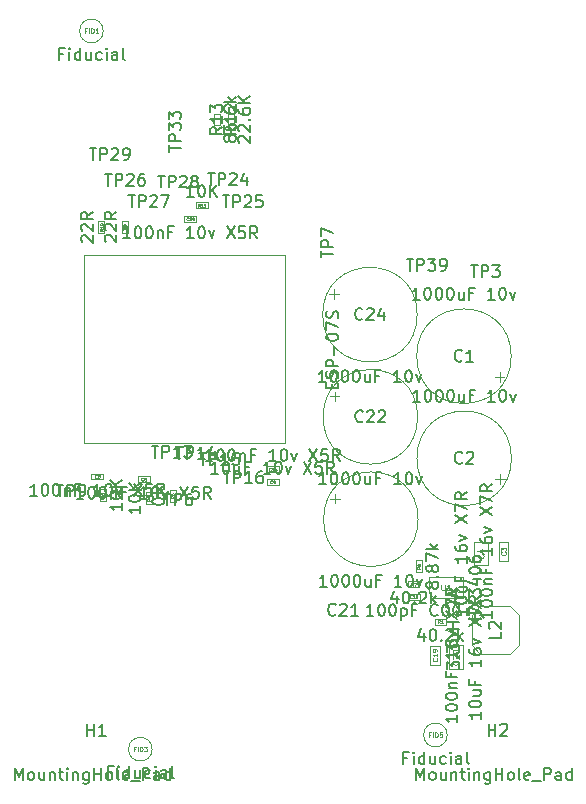
<source format=gbr>
G04 #@! TF.GenerationSoftware,KiCad,Pcbnew,(5.1.10)-1*
G04 #@! TF.CreationDate,2022-01-19T13:45:55+05:30*
G04 #@! TF.ProjectId,P-1000072_Cicada Wi-Fi,502d3130-3030-4303-9732-5f4369636164,0.1*
G04 #@! TF.SameCoordinates,PX7cee6c0PY3dfd240*
G04 #@! TF.FileFunction,Other,Fab,Top*
%FSLAX46Y46*%
G04 Gerber Fmt 4.6, Leading zero omitted, Abs format (unit mm)*
G04 Created by KiCad (PCBNEW (5.1.10)-1) date 2022-01-19 13:45:55*
%MOMM*%
%LPD*%
G01*
G04 APERTURE LIST*
%ADD10C,0.100000*%
%ADD11C,0.150000*%
%ADD12C,0.040000*%
%ADD13C,0.075000*%
%ADD14C,0.080000*%
%ADD15C,0.060000*%
G04 APERTURE END LIST*
D10*
X-720000Y-16710000D02*
X-720000Y-32710000D01*
X-720000Y-32710000D02*
X-17720000Y-32710000D01*
X-17720000Y-16710000D02*
X-720000Y-16710000D01*
X-17720000Y-32710000D02*
X-17720000Y-16710000D01*
X3503641Y-28309640D02*
X3503641Y-29109640D01*
X3103641Y-28709640D02*
X3903641Y-28709640D01*
X10530400Y-30457140D02*
G75*
G03*
X10530400Y-30457140I-4000000J0D01*
G01*
X3463001Y-19650780D02*
X3463001Y-20450780D01*
X3063001Y-20050780D02*
X3863001Y-20050780D01*
X10489760Y-21798280D02*
G75*
G03*
X10489760Y-21798280I-4000000J0D01*
G01*
X-16490760Y-13891500D02*
X-15990760Y-13891500D01*
X-15990760Y-13891500D02*
X-15990760Y-14891500D01*
X-15990760Y-14891500D02*
X-16490760Y-14891500D01*
X-16490760Y-14891500D02*
X-16490760Y-13891500D01*
X-14501940Y-13856220D02*
X-14001940Y-13856220D01*
X-14001940Y-13856220D02*
X-14001940Y-14856220D01*
X-14001940Y-14856220D02*
X-14501940Y-14856220D01*
X-14501940Y-14856220D02*
X-14501940Y-13856220D01*
X-10468420Y-36632120D02*
X-9968420Y-36632120D01*
X-9968420Y-36632120D02*
X-9968420Y-37632120D01*
X-9968420Y-37632120D02*
X-10468420Y-37632120D01*
X-10468420Y-37632120D02*
X-10468420Y-36632120D01*
X-8254480Y-12297600D02*
X-7254480Y-12297600D01*
X-8254480Y-12797600D02*
X-8254480Y-12297600D01*
X-7254480Y-12797600D02*
X-8254480Y-12797600D01*
X-7254480Y-12297600D02*
X-7254480Y-12797600D01*
X-15871380Y-36589220D02*
X-15871380Y-37589220D01*
X-16371380Y-36589220D02*
X-15871380Y-36589220D01*
X-16371380Y-37589220D02*
X-16371380Y-36589220D01*
X-15871380Y-37589220D02*
X-16371380Y-37589220D01*
X-12475020Y-37853380D02*
X-12475020Y-36853380D01*
X-11975020Y-37853380D02*
X-12475020Y-37853380D01*
X-11975020Y-36853380D02*
X-11975020Y-37853380D01*
X-12475020Y-36853380D02*
X-11975020Y-36853380D01*
X-8224760Y-13960920D02*
X-9224760Y-13960920D01*
X-8224760Y-13460920D02*
X-8224760Y-13960920D01*
X-9224760Y-13460920D02*
X-8224760Y-13460920D01*
X-9224760Y-13960920D02*
X-9224760Y-13460920D01*
X-2245120Y-35718940D02*
X-1245120Y-35718940D01*
X-2245120Y-36218940D02*
X-2245120Y-35718940D01*
X-1245120Y-36218940D02*
X-2245120Y-36218940D01*
X-1245120Y-35718940D02*
X-1245120Y-36218940D01*
X-2245120Y-34647060D02*
X-1245120Y-34647060D01*
X-2245120Y-35147060D02*
X-2245120Y-34647060D01*
X-1245120Y-35147060D02*
X-2245120Y-35147060D01*
X-1245120Y-34647060D02*
X-1245120Y-35147060D01*
X-16101300Y-35756660D02*
X-17101300Y-35756660D01*
X-16101300Y-35256660D02*
X-16101300Y-35756660D01*
X-17101300Y-35256660D02*
X-16101300Y-35256660D01*
X-17101300Y-35756660D02*
X-17101300Y-35256660D01*
X-12169380Y-35997960D02*
X-13169380Y-35997960D01*
X-12169380Y-35497960D02*
X-12169380Y-35997960D01*
X-13169380Y-35497960D02*
X-12169380Y-35497960D01*
X-13169380Y-35997960D02*
X-13169380Y-35497960D01*
X18452540Y-25318720D02*
G75*
G03*
X18452540Y-25318720I-4000000J0D01*
G01*
X17879299Y-27066220D02*
X17079299Y-27066220D01*
X17479299Y-27466220D02*
X17479299Y-26666220D01*
X17499619Y-36109840D02*
X17499619Y-35309840D01*
X17899619Y-35709840D02*
X17099619Y-35709840D01*
X18472860Y-33962340D02*
G75*
G03*
X18472860Y-33962340I-4000000J0D01*
G01*
X15101820Y-47251380D02*
X15101820Y-48501380D01*
X15851820Y-46501380D02*
X15101820Y-47251380D01*
X17101820Y-46501380D02*
X15851820Y-46501380D01*
X15101820Y-49751380D02*
X15101820Y-48501380D01*
X15851820Y-50501380D02*
X15101820Y-49751380D01*
X17101820Y-50501380D02*
X15851820Y-50501380D01*
X19101820Y-49751380D02*
X19101820Y-48501380D01*
X18351820Y-50501380D02*
X19101820Y-49751380D01*
X17101820Y-50501380D02*
X18351820Y-50501380D01*
X19101820Y-47251380D02*
X19101820Y-48501380D01*
X18351820Y-46501380D02*
X19101820Y-47251380D01*
X17101820Y-46501380D02*
X18351820Y-46501380D01*
X11476020Y-44046880D02*
X14376020Y-44046880D01*
X14376020Y-44046880D02*
X14376020Y-45806880D01*
X11926020Y-45806880D02*
X14376020Y-45806880D01*
X11476020Y-44046880D02*
X11476020Y-45356880D01*
X11926020Y-45806880D02*
X11476020Y-45356880D01*
X10905300Y-42613820D02*
X10905300Y-43613820D01*
X10405300Y-42613820D02*
X10905300Y-42613820D01*
X10405300Y-43613820D02*
X10405300Y-42613820D01*
X10905300Y-43613820D02*
X10405300Y-43613820D01*
X10682860Y-44875260D02*
X9682860Y-44875260D01*
X10682860Y-44375260D02*
X10682860Y-44875260D01*
X9682860Y-44375260D02*
X10682860Y-44375260D01*
X9682860Y-44875260D02*
X9682860Y-44375260D01*
X12966460Y-48042640D02*
X11966460Y-48042640D01*
X12966460Y-47542640D02*
X12966460Y-48042640D01*
X11966460Y-47542640D02*
X12966460Y-47542640D01*
X11966460Y-48042640D02*
X11966460Y-47542640D01*
X3539081Y-36968500D02*
X3539081Y-37768500D01*
X3139081Y-37368500D02*
X3939081Y-37368500D01*
X10565840Y-39116000D02*
G75*
G03*
X10565840Y-39116000I-4000000J0D01*
G01*
X14382040Y-49810400D02*
X14382040Y-51810400D01*
X13182040Y-49810400D02*
X14382040Y-49810400D01*
X13182040Y-51810400D02*
X13182040Y-49810400D01*
X14382040Y-51810400D02*
X13182040Y-51810400D01*
X12411660Y-49824640D02*
X12411660Y-51424640D01*
X11611660Y-49824640D02*
X12411660Y-49824640D01*
X11611660Y-51424640D02*
X11611660Y-49824640D01*
X12411660Y-51424640D02*
X11611660Y-51424640D01*
X10693160Y-45929360D02*
X9693160Y-45929360D01*
X10693160Y-45429360D02*
X10693160Y-45929360D01*
X9693160Y-45429360D02*
X10693160Y-45429360D01*
X9693160Y-45929360D02*
X9693160Y-45429360D01*
X15295320Y-43034700D02*
X15295320Y-41034700D01*
X16495320Y-43034700D02*
X15295320Y-43034700D01*
X16495320Y-41034700D02*
X16495320Y-43034700D01*
X15295320Y-41034700D02*
X16495320Y-41034700D01*
X17420640Y-42638880D02*
X17420640Y-41038880D01*
X18220640Y-42638880D02*
X17420640Y-42638880D01*
X18220640Y-41038880D02*
X18220640Y-42638880D01*
X17420640Y-41038880D02*
X18220640Y-41038880D01*
X13040000Y-57390000D02*
G75*
G03*
X13040000Y-57390000I-1000000J0D01*
G01*
X-11948920Y-58592720D02*
G75*
G03*
X-11948920Y-58592720I-1000000J0D01*
G01*
X-16090000Y2220000D02*
G75*
G03*
X-16090000Y2220000I-1000000J0D01*
G01*
X-6227000Y-5773040D02*
X-6727000Y-5773040D01*
X-6727000Y-5773040D02*
X-6727000Y-4773040D01*
X-6727000Y-4773040D02*
X-6227000Y-4773040D01*
X-6227000Y-4773040D02*
X-6227000Y-5773040D01*
X-5028120Y-5760480D02*
X-5528120Y-5760480D01*
X-5528120Y-5760480D02*
X-5528120Y-4760480D01*
X-5528120Y-4760480D02*
X-5028120Y-4760480D01*
X-5028120Y-4760480D02*
X-5028120Y-5760480D01*
D11*
X3279611Y-28039535D02*
X3279611Y-27706201D01*
X3803420Y-27563344D02*
X3803420Y-28039535D01*
X2803420Y-28039535D01*
X2803420Y-27563344D01*
X3755801Y-27182392D02*
X3803420Y-27039535D01*
X3803420Y-26801440D01*
X3755801Y-26706201D01*
X3708182Y-26658582D01*
X3612944Y-26610963D01*
X3517706Y-26610963D01*
X3422468Y-26658582D01*
X3374849Y-26706201D01*
X3327230Y-26801440D01*
X3279611Y-26991916D01*
X3231992Y-27087154D01*
X3184373Y-27134773D01*
X3089135Y-27182392D01*
X2993897Y-27182392D01*
X2898659Y-27134773D01*
X2851040Y-27087154D01*
X2803420Y-26991916D01*
X2803420Y-26753820D01*
X2851040Y-26610963D01*
X3803420Y-26182392D02*
X2803420Y-26182392D01*
X2803420Y-25801440D01*
X2851040Y-25706201D01*
X2898659Y-25658582D01*
X2993897Y-25610963D01*
X3136754Y-25610963D01*
X3231992Y-25658582D01*
X3279611Y-25706201D01*
X3327230Y-25801440D01*
X3327230Y-26182392D01*
X3422468Y-25182392D02*
X3422468Y-24420487D01*
X2803420Y-23753820D02*
X2803420Y-23658582D01*
X2851040Y-23563344D01*
X2898659Y-23515725D01*
X2993897Y-23468106D01*
X3184373Y-23420487D01*
X3422468Y-23420487D01*
X3612944Y-23468106D01*
X3708182Y-23515725D01*
X3755801Y-23563344D01*
X3803420Y-23658582D01*
X3803420Y-23753820D01*
X3755801Y-23849059D01*
X3708182Y-23896678D01*
X3612944Y-23944297D01*
X3422468Y-23991916D01*
X3184373Y-23991916D01*
X2993897Y-23944297D01*
X2898659Y-23896678D01*
X2851040Y-23849059D01*
X2803420Y-23753820D01*
X2803420Y-23087154D02*
X2803420Y-22420487D01*
X3803420Y-22849059D01*
X3755801Y-22087154D02*
X3803420Y-21944297D01*
X3803420Y-21706201D01*
X3755801Y-21610963D01*
X3708182Y-21563344D01*
X3612944Y-21515725D01*
X3517706Y-21515725D01*
X3422468Y-21563344D01*
X3374849Y-21610963D01*
X3327230Y-21706201D01*
X3279611Y-21896678D01*
X3231992Y-21991916D01*
X3184373Y-22039535D01*
X3089135Y-22087154D01*
X2993897Y-22087154D01*
X2898659Y-22039535D01*
X2851040Y-21991916D01*
X2803420Y-21896678D01*
X2803420Y-21658582D01*
X2851040Y-21515725D01*
X2792304Y-36159520D02*
X2220876Y-36159520D01*
X2506590Y-36159520D02*
X2506590Y-35159520D01*
X2411352Y-35302378D01*
X2316114Y-35397616D01*
X2220876Y-35445235D01*
X3411352Y-35159520D02*
X3506590Y-35159520D01*
X3601828Y-35207140D01*
X3649447Y-35254759D01*
X3697066Y-35349997D01*
X3744685Y-35540473D01*
X3744685Y-35778568D01*
X3697066Y-35969044D01*
X3649447Y-36064282D01*
X3601828Y-36111901D01*
X3506590Y-36159520D01*
X3411352Y-36159520D01*
X3316114Y-36111901D01*
X3268495Y-36064282D01*
X3220876Y-35969044D01*
X3173257Y-35778568D01*
X3173257Y-35540473D01*
X3220876Y-35349997D01*
X3268495Y-35254759D01*
X3316114Y-35207140D01*
X3411352Y-35159520D01*
X4363733Y-35159520D02*
X4458971Y-35159520D01*
X4554209Y-35207140D01*
X4601828Y-35254759D01*
X4649447Y-35349997D01*
X4697066Y-35540473D01*
X4697066Y-35778568D01*
X4649447Y-35969044D01*
X4601828Y-36064282D01*
X4554209Y-36111901D01*
X4458971Y-36159520D01*
X4363733Y-36159520D01*
X4268495Y-36111901D01*
X4220876Y-36064282D01*
X4173257Y-35969044D01*
X4125638Y-35778568D01*
X4125638Y-35540473D01*
X4173257Y-35349997D01*
X4220876Y-35254759D01*
X4268495Y-35207140D01*
X4363733Y-35159520D01*
X5316114Y-35159520D02*
X5411352Y-35159520D01*
X5506590Y-35207140D01*
X5554209Y-35254759D01*
X5601828Y-35349997D01*
X5649447Y-35540473D01*
X5649447Y-35778568D01*
X5601828Y-35969044D01*
X5554209Y-36064282D01*
X5506590Y-36111901D01*
X5411352Y-36159520D01*
X5316114Y-36159520D01*
X5220876Y-36111901D01*
X5173257Y-36064282D01*
X5125638Y-35969044D01*
X5078019Y-35778568D01*
X5078019Y-35540473D01*
X5125638Y-35349997D01*
X5173257Y-35254759D01*
X5220876Y-35207140D01*
X5316114Y-35159520D01*
X6506590Y-35492854D02*
X6506590Y-36159520D01*
X6078019Y-35492854D02*
X6078019Y-36016663D01*
X6125638Y-36111901D01*
X6220876Y-36159520D01*
X6363733Y-36159520D01*
X6458971Y-36111901D01*
X6506590Y-36064282D01*
X7316114Y-35635711D02*
X6982780Y-35635711D01*
X6982780Y-36159520D02*
X6982780Y-35159520D01*
X7458971Y-35159520D01*
X9125638Y-36159520D02*
X8554209Y-36159520D01*
X8839923Y-36159520D02*
X8839923Y-35159520D01*
X8744685Y-35302378D01*
X8649447Y-35397616D01*
X8554209Y-35445235D01*
X9744685Y-35159520D02*
X9839923Y-35159520D01*
X9935161Y-35207140D01*
X9982780Y-35254759D01*
X10030400Y-35349997D01*
X10078019Y-35540473D01*
X10078019Y-35778568D01*
X10030400Y-35969044D01*
X9982780Y-36064282D01*
X9935161Y-36111901D01*
X9839923Y-36159520D01*
X9744685Y-36159520D01*
X9649447Y-36111901D01*
X9601828Y-36064282D01*
X9554209Y-35969044D01*
X9506590Y-35778568D01*
X9506590Y-35540473D01*
X9554209Y-35349997D01*
X9601828Y-35254759D01*
X9649447Y-35207140D01*
X9744685Y-35159520D01*
X10411352Y-35492854D02*
X10649447Y-36159520D01*
X10887542Y-35492854D01*
X5887542Y-30814282D02*
X5839923Y-30861901D01*
X5697066Y-30909520D01*
X5601828Y-30909520D01*
X5458971Y-30861901D01*
X5363733Y-30766663D01*
X5316114Y-30671425D01*
X5268495Y-30480949D01*
X5268495Y-30338092D01*
X5316114Y-30147616D01*
X5363733Y-30052378D01*
X5458971Y-29957140D01*
X5601828Y-29909520D01*
X5697066Y-29909520D01*
X5839923Y-29957140D01*
X5887542Y-30004759D01*
X6268495Y-30004759D02*
X6316114Y-29957140D01*
X6411352Y-29909520D01*
X6649447Y-29909520D01*
X6744685Y-29957140D01*
X6792304Y-30004759D01*
X6839923Y-30099997D01*
X6839923Y-30195235D01*
X6792304Y-30338092D01*
X6220876Y-30909520D01*
X6839923Y-30909520D01*
X7220876Y-30004759D02*
X7268495Y-29957140D01*
X7363733Y-29909520D01*
X7601828Y-29909520D01*
X7697066Y-29957140D01*
X7744685Y-30004759D01*
X7792304Y-30099997D01*
X7792304Y-30195235D01*
X7744685Y-30338092D01*
X7173257Y-30909520D01*
X7792304Y-30909520D01*
X2751664Y-27500660D02*
X2180236Y-27500660D01*
X2465950Y-27500660D02*
X2465950Y-26500660D01*
X2370712Y-26643518D01*
X2275474Y-26738756D01*
X2180236Y-26786375D01*
X3370712Y-26500660D02*
X3465950Y-26500660D01*
X3561188Y-26548280D01*
X3608807Y-26595899D01*
X3656426Y-26691137D01*
X3704045Y-26881613D01*
X3704045Y-27119708D01*
X3656426Y-27310184D01*
X3608807Y-27405422D01*
X3561188Y-27453041D01*
X3465950Y-27500660D01*
X3370712Y-27500660D01*
X3275474Y-27453041D01*
X3227855Y-27405422D01*
X3180236Y-27310184D01*
X3132617Y-27119708D01*
X3132617Y-26881613D01*
X3180236Y-26691137D01*
X3227855Y-26595899D01*
X3275474Y-26548280D01*
X3370712Y-26500660D01*
X4323093Y-26500660D02*
X4418331Y-26500660D01*
X4513569Y-26548280D01*
X4561188Y-26595899D01*
X4608807Y-26691137D01*
X4656426Y-26881613D01*
X4656426Y-27119708D01*
X4608807Y-27310184D01*
X4561188Y-27405422D01*
X4513569Y-27453041D01*
X4418331Y-27500660D01*
X4323093Y-27500660D01*
X4227855Y-27453041D01*
X4180236Y-27405422D01*
X4132617Y-27310184D01*
X4084998Y-27119708D01*
X4084998Y-26881613D01*
X4132617Y-26691137D01*
X4180236Y-26595899D01*
X4227855Y-26548280D01*
X4323093Y-26500660D01*
X5275474Y-26500660D02*
X5370712Y-26500660D01*
X5465950Y-26548280D01*
X5513569Y-26595899D01*
X5561188Y-26691137D01*
X5608807Y-26881613D01*
X5608807Y-27119708D01*
X5561188Y-27310184D01*
X5513569Y-27405422D01*
X5465950Y-27453041D01*
X5370712Y-27500660D01*
X5275474Y-27500660D01*
X5180236Y-27453041D01*
X5132617Y-27405422D01*
X5084998Y-27310184D01*
X5037379Y-27119708D01*
X5037379Y-26881613D01*
X5084998Y-26691137D01*
X5132617Y-26595899D01*
X5180236Y-26548280D01*
X5275474Y-26500660D01*
X6465950Y-26833994D02*
X6465950Y-27500660D01*
X6037379Y-26833994D02*
X6037379Y-27357803D01*
X6084998Y-27453041D01*
X6180236Y-27500660D01*
X6323093Y-27500660D01*
X6418331Y-27453041D01*
X6465950Y-27405422D01*
X7275474Y-26976851D02*
X6942140Y-26976851D01*
X6942140Y-27500660D02*
X6942140Y-26500660D01*
X7418331Y-26500660D01*
X9084998Y-27500660D02*
X8513569Y-27500660D01*
X8799283Y-27500660D02*
X8799283Y-26500660D01*
X8704045Y-26643518D01*
X8608807Y-26738756D01*
X8513569Y-26786375D01*
X9704045Y-26500660D02*
X9799283Y-26500660D01*
X9894521Y-26548280D01*
X9942140Y-26595899D01*
X9989760Y-26691137D01*
X10037379Y-26881613D01*
X10037379Y-27119708D01*
X9989760Y-27310184D01*
X9942140Y-27405422D01*
X9894521Y-27453041D01*
X9799283Y-27500660D01*
X9704045Y-27500660D01*
X9608807Y-27453041D01*
X9561188Y-27405422D01*
X9513569Y-27310184D01*
X9465950Y-27119708D01*
X9465950Y-26881613D01*
X9513569Y-26691137D01*
X9561188Y-26595899D01*
X9608807Y-26548280D01*
X9704045Y-26500660D01*
X10370712Y-26833994D02*
X10608807Y-27500660D01*
X10846902Y-26833994D01*
X5846902Y-22155422D02*
X5799283Y-22203041D01*
X5656426Y-22250660D01*
X5561188Y-22250660D01*
X5418331Y-22203041D01*
X5323093Y-22107803D01*
X5275474Y-22012565D01*
X5227855Y-21822089D01*
X5227855Y-21679232D01*
X5275474Y-21488756D01*
X5323093Y-21393518D01*
X5418331Y-21298280D01*
X5561188Y-21250660D01*
X5656426Y-21250660D01*
X5799283Y-21298280D01*
X5846902Y-21345899D01*
X6227855Y-21345899D02*
X6275474Y-21298280D01*
X6370712Y-21250660D01*
X6608807Y-21250660D01*
X6704045Y-21298280D01*
X6751664Y-21345899D01*
X6799283Y-21441137D01*
X6799283Y-21536375D01*
X6751664Y-21679232D01*
X6180236Y-22250660D01*
X6799283Y-22250660D01*
X7656426Y-21583994D02*
X7656426Y-22250660D01*
X7418331Y-21203041D02*
X7180236Y-21917327D01*
X7799283Y-21917327D01*
X-17863141Y-15653404D02*
X-17910760Y-15605785D01*
X-17958380Y-15510547D01*
X-17958380Y-15272452D01*
X-17910760Y-15177214D01*
X-17863141Y-15129595D01*
X-17767903Y-15081976D01*
X-17672665Y-15081976D01*
X-17529808Y-15129595D01*
X-16958380Y-15701023D01*
X-16958380Y-15081976D01*
X-17863141Y-14701023D02*
X-17910760Y-14653404D01*
X-17958380Y-14558166D01*
X-17958380Y-14320071D01*
X-17910760Y-14224833D01*
X-17863141Y-14177214D01*
X-17767903Y-14129595D01*
X-17672665Y-14129595D01*
X-17529808Y-14177214D01*
X-16958380Y-14748642D01*
X-16958380Y-14129595D01*
X-16958380Y-13129595D02*
X-17434570Y-13462928D01*
X-16958380Y-13701023D02*
X-17958380Y-13701023D01*
X-17958380Y-13320071D01*
X-17910760Y-13224833D01*
X-17863141Y-13177214D01*
X-17767903Y-13129595D01*
X-17625046Y-13129595D01*
X-17529808Y-13177214D01*
X-17482189Y-13224833D01*
X-17434570Y-13320071D01*
X-17434570Y-13701023D01*
D12*
X-16127665Y-14552214D02*
X-16246713Y-14635547D01*
X-16127665Y-14695071D02*
X-16377665Y-14695071D01*
X-16377665Y-14599833D01*
X-16365760Y-14576023D01*
X-16353856Y-14564119D01*
X-16330046Y-14552214D01*
X-16294332Y-14552214D01*
X-16270522Y-14564119D01*
X-16258618Y-14576023D01*
X-16246713Y-14599833D01*
X-16246713Y-14695071D01*
X-16127665Y-14314119D02*
X-16127665Y-14456976D01*
X-16127665Y-14385547D02*
X-16377665Y-14385547D01*
X-16341951Y-14409357D01*
X-16318141Y-14433166D01*
X-16306237Y-14456976D01*
X-16377665Y-14159357D02*
X-16377665Y-14135547D01*
X-16365760Y-14111738D01*
X-16353856Y-14099833D01*
X-16330046Y-14087928D01*
X-16282427Y-14076023D01*
X-16222903Y-14076023D01*
X-16175284Y-14087928D01*
X-16151475Y-14099833D01*
X-16139570Y-14111738D01*
X-16127665Y-14135547D01*
X-16127665Y-14159357D01*
X-16139570Y-14183166D01*
X-16151475Y-14195071D01*
X-16175284Y-14206976D01*
X-16222903Y-14218880D01*
X-16282427Y-14218880D01*
X-16330046Y-14206976D01*
X-16353856Y-14195071D01*
X-16365760Y-14183166D01*
X-16377665Y-14159357D01*
D11*
X-15874321Y-15618124D02*
X-15921940Y-15570505D01*
X-15969560Y-15475267D01*
X-15969560Y-15237172D01*
X-15921940Y-15141934D01*
X-15874321Y-15094315D01*
X-15779083Y-15046696D01*
X-15683845Y-15046696D01*
X-15540988Y-15094315D01*
X-14969560Y-15665743D01*
X-14969560Y-15046696D01*
X-15874321Y-14665743D02*
X-15921940Y-14618124D01*
X-15969560Y-14522886D01*
X-15969560Y-14284791D01*
X-15921940Y-14189553D01*
X-15874321Y-14141934D01*
X-15779083Y-14094315D01*
X-15683845Y-14094315D01*
X-15540988Y-14141934D01*
X-14969560Y-14713362D01*
X-14969560Y-14094315D01*
X-14969560Y-13094315D02*
X-15445750Y-13427648D01*
X-14969560Y-13665743D02*
X-15969560Y-13665743D01*
X-15969560Y-13284791D01*
X-15921940Y-13189553D01*
X-15874321Y-13141934D01*
X-15779083Y-13094315D01*
X-15636226Y-13094315D01*
X-15540988Y-13141934D01*
X-15493369Y-13189553D01*
X-15445750Y-13284791D01*
X-15445750Y-13665743D01*
D12*
X-14138845Y-14397886D02*
X-14257893Y-14481220D01*
X-14138845Y-14540743D02*
X-14388845Y-14540743D01*
X-14388845Y-14445505D01*
X-14376940Y-14421696D01*
X-14365036Y-14409791D01*
X-14341226Y-14397886D01*
X-14305512Y-14397886D01*
X-14281702Y-14409791D01*
X-14269798Y-14421696D01*
X-14257893Y-14445505D01*
X-14257893Y-14540743D01*
X-14138845Y-14278839D02*
X-14138845Y-14231220D01*
X-14150750Y-14207410D01*
X-14162655Y-14195505D01*
X-14198369Y-14171696D01*
X-14245988Y-14159791D01*
X-14341226Y-14159791D01*
X-14365036Y-14171696D01*
X-14376940Y-14183600D01*
X-14388845Y-14207410D01*
X-14388845Y-14255029D01*
X-14376940Y-14278839D01*
X-14365036Y-14290743D01*
X-14341226Y-14302648D01*
X-14281702Y-14302648D01*
X-14257893Y-14290743D01*
X-14245988Y-14278839D01*
X-14234083Y-14255029D01*
X-14234083Y-14207410D01*
X-14245988Y-14183600D01*
X-14257893Y-14171696D01*
X-14281702Y-14159791D01*
D11*
X-11936040Y-37679739D02*
X-11936040Y-37584500D01*
X-11888420Y-37489262D01*
X-11840801Y-37441643D01*
X-11745563Y-37394024D01*
X-11555087Y-37346405D01*
X-11316992Y-37346405D01*
X-11126516Y-37394024D01*
X-11031278Y-37441643D01*
X-10983659Y-37489262D01*
X-10936040Y-37584500D01*
X-10936040Y-37679739D01*
X-10983659Y-37774977D01*
X-11031278Y-37822596D01*
X-11126516Y-37870215D01*
X-11316992Y-37917834D01*
X-11555087Y-37917834D01*
X-11745563Y-37870215D01*
X-11840801Y-37822596D01*
X-11888420Y-37774977D01*
X-11936040Y-37679739D01*
X-10936040Y-36346405D02*
X-11412230Y-36679739D01*
X-10936040Y-36917834D02*
X-11936040Y-36917834D01*
X-11936040Y-36536881D01*
X-11888420Y-36441643D01*
X-11840801Y-36394024D01*
X-11745563Y-36346405D01*
X-11602706Y-36346405D01*
X-11507468Y-36394024D01*
X-11459849Y-36441643D01*
X-11412230Y-36536881D01*
X-11412230Y-36917834D01*
D12*
X-10105325Y-37173786D02*
X-10224373Y-37257120D01*
X-10105325Y-37316643D02*
X-10355325Y-37316643D01*
X-10355325Y-37221405D01*
X-10343420Y-37197596D01*
X-10331516Y-37185691D01*
X-10307706Y-37173786D01*
X-10271992Y-37173786D01*
X-10248182Y-37185691D01*
X-10236278Y-37197596D01*
X-10224373Y-37221405D01*
X-10224373Y-37316643D01*
X-10355325Y-36959500D02*
X-10355325Y-37007120D01*
X-10343420Y-37030929D01*
X-10331516Y-37042834D01*
X-10295801Y-37066643D01*
X-10248182Y-37078548D01*
X-10152944Y-37078548D01*
X-10129135Y-37066643D01*
X-10117230Y-37054739D01*
X-10105325Y-37030929D01*
X-10105325Y-36983310D01*
X-10117230Y-36959500D01*
X-10129135Y-36947596D01*
X-10152944Y-36935691D01*
X-10212468Y-36935691D01*
X-10236278Y-36947596D01*
X-10248182Y-36959500D01*
X-10260087Y-36983310D01*
X-10260087Y-37030929D01*
X-10248182Y-37054739D01*
X-10236278Y-37066643D01*
X-10212468Y-37078548D01*
D11*
X-8444957Y-11829980D02*
X-9016385Y-11829980D01*
X-8730671Y-11829980D02*
X-8730671Y-10829980D01*
X-8825909Y-10972838D01*
X-8921147Y-11068076D01*
X-9016385Y-11115695D01*
X-7825909Y-10829980D02*
X-7730671Y-10829980D01*
X-7635433Y-10877600D01*
X-7587814Y-10925219D01*
X-7540195Y-11020457D01*
X-7492576Y-11210933D01*
X-7492576Y-11449028D01*
X-7540195Y-11639504D01*
X-7587814Y-11734742D01*
X-7635433Y-11782361D01*
X-7730671Y-11829980D01*
X-7825909Y-11829980D01*
X-7921147Y-11782361D01*
X-7968766Y-11734742D01*
X-8016385Y-11639504D01*
X-8064004Y-11449028D01*
X-8064004Y-11210933D01*
X-8016385Y-11020457D01*
X-7968766Y-10925219D01*
X-7921147Y-10877600D01*
X-7825909Y-10829980D01*
X-7064004Y-11829980D02*
X-7064004Y-10829980D01*
X-6492576Y-11829980D02*
X-6921147Y-11258552D01*
X-6492576Y-10829980D02*
X-7064004Y-11401409D01*
D12*
X-7915195Y-12660695D02*
X-7998528Y-12541647D01*
X-8058052Y-12660695D02*
X-8058052Y-12410695D01*
X-7962814Y-12410695D01*
X-7939004Y-12422600D01*
X-7927100Y-12434504D01*
X-7915195Y-12458314D01*
X-7915195Y-12494028D01*
X-7927100Y-12517838D01*
X-7939004Y-12529742D01*
X-7962814Y-12541647D01*
X-8058052Y-12541647D01*
X-7677100Y-12660695D02*
X-7819957Y-12660695D01*
X-7748528Y-12660695D02*
X-7748528Y-12410695D01*
X-7772338Y-12446409D01*
X-7796147Y-12470219D01*
X-7819957Y-12482123D01*
X-7439004Y-12660695D02*
X-7581861Y-12660695D01*
X-7510433Y-12660695D02*
X-7510433Y-12410695D01*
X-7534242Y-12446409D01*
X-7558052Y-12470219D01*
X-7581861Y-12482123D01*
D11*
X-14499000Y-37779696D02*
X-14499000Y-38351124D01*
X-14499000Y-38065410D02*
X-15499000Y-38065410D01*
X-15356142Y-38160648D01*
X-15260904Y-38255886D01*
X-15213285Y-38351124D01*
X-15499000Y-37160648D02*
X-15499000Y-37065410D01*
X-15451380Y-36970172D01*
X-15403761Y-36922553D01*
X-15308523Y-36874934D01*
X-15118047Y-36827315D01*
X-14879952Y-36827315D01*
X-14689476Y-36874934D01*
X-14594238Y-36922553D01*
X-14546619Y-36970172D01*
X-14499000Y-37065410D01*
X-14499000Y-37160648D01*
X-14546619Y-37255886D01*
X-14594238Y-37303505D01*
X-14689476Y-37351124D01*
X-14879952Y-37398743D01*
X-15118047Y-37398743D01*
X-15308523Y-37351124D01*
X-15403761Y-37303505D01*
X-15451380Y-37255886D01*
X-15499000Y-37160648D01*
X-14499000Y-36398743D02*
X-15499000Y-36398743D01*
X-14499000Y-35827315D02*
X-15070428Y-36255886D01*
X-15499000Y-35827315D02*
X-14927571Y-36398743D01*
D12*
X-16008285Y-37130886D02*
X-16127333Y-37214220D01*
X-16008285Y-37273743D02*
X-16258285Y-37273743D01*
X-16258285Y-37178505D01*
X-16246380Y-37154696D01*
X-16234476Y-37142791D01*
X-16210666Y-37130886D01*
X-16174952Y-37130886D01*
X-16151142Y-37142791D01*
X-16139238Y-37154696D01*
X-16127333Y-37178505D01*
X-16127333Y-37273743D01*
X-16258285Y-36904696D02*
X-16258285Y-37023743D01*
X-16139238Y-37035648D01*
X-16151142Y-37023743D01*
X-16163047Y-36999934D01*
X-16163047Y-36940410D01*
X-16151142Y-36916600D01*
X-16139238Y-36904696D01*
X-16115428Y-36892791D01*
X-16055904Y-36892791D01*
X-16032095Y-36904696D01*
X-16020190Y-36916600D01*
X-16008285Y-36940410D01*
X-16008285Y-36999934D01*
X-16020190Y-37023743D01*
X-16032095Y-37035648D01*
D11*
X-12942640Y-38043856D02*
X-12942640Y-38615284D01*
X-12942640Y-38329570D02*
X-13942640Y-38329570D01*
X-13799782Y-38424808D01*
X-13704544Y-38520046D01*
X-13656925Y-38615284D01*
X-13942640Y-37424808D02*
X-13942640Y-37329570D01*
X-13895020Y-37234332D01*
X-13847401Y-37186713D01*
X-13752163Y-37139094D01*
X-13561687Y-37091475D01*
X-13323592Y-37091475D01*
X-13133116Y-37139094D01*
X-13037878Y-37186713D01*
X-12990259Y-37234332D01*
X-12942640Y-37329570D01*
X-12942640Y-37424808D01*
X-12990259Y-37520046D01*
X-13037878Y-37567665D01*
X-13133116Y-37615284D01*
X-13323592Y-37662903D01*
X-13561687Y-37662903D01*
X-13752163Y-37615284D01*
X-13847401Y-37567665D01*
X-13895020Y-37520046D01*
X-13942640Y-37424808D01*
X-12942640Y-36662903D02*
X-13942640Y-36662903D01*
X-12942640Y-36091475D02*
X-13514068Y-36520046D01*
X-13942640Y-36091475D02*
X-13371211Y-36662903D01*
D12*
X-12111925Y-37395046D02*
X-12230973Y-37478380D01*
X-12111925Y-37537903D02*
X-12361925Y-37537903D01*
X-12361925Y-37442665D01*
X-12350020Y-37418856D01*
X-12338116Y-37406951D01*
X-12314306Y-37395046D01*
X-12278592Y-37395046D01*
X-12254782Y-37406951D01*
X-12242878Y-37418856D01*
X-12230973Y-37442665D01*
X-12230973Y-37537903D01*
X-12278592Y-37180760D02*
X-12111925Y-37180760D01*
X-12373830Y-37240284D02*
X-12195259Y-37299808D01*
X-12195259Y-37145046D01*
D11*
X-13819999Y-15333300D02*
X-14391427Y-15333300D01*
X-14105713Y-15333300D02*
X-14105713Y-14333300D01*
X-14200951Y-14476158D01*
X-14296189Y-14571396D01*
X-14391427Y-14619015D01*
X-13200951Y-14333300D02*
X-13105713Y-14333300D01*
X-13010475Y-14380920D01*
X-12962856Y-14428539D01*
X-12915237Y-14523777D01*
X-12867618Y-14714253D01*
X-12867618Y-14952348D01*
X-12915237Y-15142824D01*
X-12962856Y-15238062D01*
X-13010475Y-15285681D01*
X-13105713Y-15333300D01*
X-13200951Y-15333300D01*
X-13296189Y-15285681D01*
X-13343808Y-15238062D01*
X-13391427Y-15142824D01*
X-13439046Y-14952348D01*
X-13439046Y-14714253D01*
X-13391427Y-14523777D01*
X-13343808Y-14428539D01*
X-13296189Y-14380920D01*
X-13200951Y-14333300D01*
X-12248570Y-14333300D02*
X-12153332Y-14333300D01*
X-12058094Y-14380920D01*
X-12010475Y-14428539D01*
X-11962856Y-14523777D01*
X-11915237Y-14714253D01*
X-11915237Y-14952348D01*
X-11962856Y-15142824D01*
X-12010475Y-15238062D01*
X-12058094Y-15285681D01*
X-12153332Y-15333300D01*
X-12248570Y-15333300D01*
X-12343808Y-15285681D01*
X-12391427Y-15238062D01*
X-12439046Y-15142824D01*
X-12486665Y-14952348D01*
X-12486665Y-14714253D01*
X-12439046Y-14523777D01*
X-12391427Y-14428539D01*
X-12343808Y-14380920D01*
X-12248570Y-14333300D01*
X-11486665Y-14666634D02*
X-11486665Y-15333300D01*
X-11486665Y-14761872D02*
X-11439046Y-14714253D01*
X-11343808Y-14666634D01*
X-11200951Y-14666634D01*
X-11105713Y-14714253D01*
X-11058094Y-14809491D01*
X-11058094Y-15333300D01*
X-10248570Y-14809491D02*
X-10581903Y-14809491D01*
X-10581903Y-15333300D02*
X-10581903Y-14333300D01*
X-10105713Y-14333300D01*
X-8439046Y-15333300D02*
X-9010475Y-15333300D01*
X-8724760Y-15333300D02*
X-8724760Y-14333300D01*
X-8819999Y-14476158D01*
X-8915237Y-14571396D01*
X-9010475Y-14619015D01*
X-7819999Y-14333300D02*
X-7724760Y-14333300D01*
X-7629522Y-14380920D01*
X-7581903Y-14428539D01*
X-7534284Y-14523777D01*
X-7486665Y-14714253D01*
X-7486665Y-14952348D01*
X-7534284Y-15142824D01*
X-7581903Y-15238062D01*
X-7629522Y-15285681D01*
X-7724760Y-15333300D01*
X-7819999Y-15333300D01*
X-7915237Y-15285681D01*
X-7962856Y-15238062D01*
X-8010475Y-15142824D01*
X-8058094Y-14952348D01*
X-8058094Y-14714253D01*
X-8010475Y-14523777D01*
X-7962856Y-14428539D01*
X-7915237Y-14380920D01*
X-7819999Y-14333300D01*
X-7153332Y-14666634D02*
X-6915237Y-15333300D01*
X-6677141Y-14666634D01*
X-5629522Y-14333300D02*
X-4962856Y-15333300D01*
X-4962856Y-14333300D02*
X-5629522Y-15333300D01*
X-4105713Y-14333300D02*
X-4581903Y-14333300D01*
X-4629522Y-14809491D01*
X-4581903Y-14761872D01*
X-4486665Y-14714253D01*
X-4248570Y-14714253D01*
X-4153332Y-14761872D01*
X-4105713Y-14809491D01*
X-4058094Y-14904729D01*
X-4058094Y-15142824D01*
X-4105713Y-15238062D01*
X-4153332Y-15285681D01*
X-4248570Y-15333300D01*
X-4486665Y-15333300D01*
X-4581903Y-15285681D01*
X-4629522Y-15238062D01*
X-3058094Y-15333300D02*
X-3391427Y-14857110D01*
X-3629522Y-15333300D02*
X-3629522Y-14333300D01*
X-3248570Y-14333300D01*
X-3153332Y-14380920D01*
X-3105713Y-14428539D01*
X-3058094Y-14523777D01*
X-3058094Y-14666634D01*
X-3105713Y-14761872D01*
X-3153332Y-14809491D01*
X-3248570Y-14857110D01*
X-3629522Y-14857110D01*
D12*
X-8885475Y-13800205D02*
X-8897380Y-13812110D01*
X-8933094Y-13824015D01*
X-8956903Y-13824015D01*
X-8992618Y-13812110D01*
X-9016427Y-13788300D01*
X-9028332Y-13764491D01*
X-9040237Y-13716872D01*
X-9040237Y-13681158D01*
X-9028332Y-13633539D01*
X-9016427Y-13609729D01*
X-8992618Y-13585920D01*
X-8956903Y-13574015D01*
X-8933094Y-13574015D01*
X-8897380Y-13585920D01*
X-8885475Y-13597824D01*
X-8790237Y-13597824D02*
X-8778332Y-13585920D01*
X-8754522Y-13574015D01*
X-8694999Y-13574015D01*
X-8671189Y-13585920D01*
X-8659284Y-13597824D01*
X-8647380Y-13621634D01*
X-8647380Y-13645443D01*
X-8659284Y-13681158D01*
X-8802141Y-13824015D01*
X-8647380Y-13824015D01*
X-8528332Y-13824015D02*
X-8480713Y-13824015D01*
X-8456903Y-13812110D01*
X-8444999Y-13800205D01*
X-8421189Y-13764491D01*
X-8409284Y-13716872D01*
X-8409284Y-13621634D01*
X-8421189Y-13597824D01*
X-8433094Y-13585920D01*
X-8456903Y-13574015D01*
X-8504522Y-13574015D01*
X-8528332Y-13585920D01*
X-8540237Y-13597824D01*
X-8552141Y-13621634D01*
X-8552141Y-13681158D01*
X-8540237Y-13704967D01*
X-8528332Y-13716872D01*
X-8504522Y-13728777D01*
X-8456903Y-13728777D01*
X-8433094Y-13716872D01*
X-8421189Y-13704967D01*
X-8409284Y-13681158D01*
D11*
X-6364168Y-35251320D02*
X-6935597Y-35251320D01*
X-6649882Y-35251320D02*
X-6649882Y-34251320D01*
X-6745120Y-34394178D01*
X-6840359Y-34489416D01*
X-6935597Y-34537035D01*
X-5745120Y-34251320D02*
X-5649882Y-34251320D01*
X-5554644Y-34298940D01*
X-5507025Y-34346559D01*
X-5459406Y-34441797D01*
X-5411787Y-34632273D01*
X-5411787Y-34870368D01*
X-5459406Y-35060844D01*
X-5507025Y-35156082D01*
X-5554644Y-35203701D01*
X-5649882Y-35251320D01*
X-5745120Y-35251320D01*
X-5840359Y-35203701D01*
X-5887978Y-35156082D01*
X-5935597Y-35060844D01*
X-5983216Y-34870368D01*
X-5983216Y-34632273D01*
X-5935597Y-34441797D01*
X-5887978Y-34346559D01*
X-5840359Y-34298940D01*
X-5745120Y-34251320D01*
X-4554644Y-34584654D02*
X-4554644Y-35251320D01*
X-4983216Y-34584654D02*
X-4983216Y-35108463D01*
X-4935597Y-35203701D01*
X-4840359Y-35251320D01*
X-4697501Y-35251320D01*
X-4602263Y-35203701D01*
X-4554644Y-35156082D01*
X-3745120Y-34727511D02*
X-4078454Y-34727511D01*
X-4078454Y-35251320D02*
X-4078454Y-34251320D01*
X-3602263Y-34251320D01*
X-1935597Y-35251320D02*
X-2507025Y-35251320D01*
X-2221311Y-35251320D02*
X-2221311Y-34251320D01*
X-2316549Y-34394178D01*
X-2411787Y-34489416D01*
X-2507025Y-34537035D01*
X-1316549Y-34251320D02*
X-1221311Y-34251320D01*
X-1126073Y-34298940D01*
X-1078454Y-34346559D01*
X-1030835Y-34441797D01*
X-983216Y-34632273D01*
X-983216Y-34870368D01*
X-1030835Y-35060844D01*
X-1078454Y-35156082D01*
X-1126073Y-35203701D01*
X-1221311Y-35251320D01*
X-1316549Y-35251320D01*
X-1411787Y-35203701D01*
X-1459406Y-35156082D01*
X-1507025Y-35060844D01*
X-1554644Y-34870368D01*
X-1554644Y-34632273D01*
X-1507025Y-34441797D01*
X-1459406Y-34346559D01*
X-1411787Y-34298940D01*
X-1316549Y-34251320D01*
X-649882Y-34584654D02*
X-411787Y-35251320D01*
X-173692Y-34584654D01*
X873927Y-34251320D02*
X1540594Y-35251320D01*
X1540594Y-34251320D02*
X873927Y-35251320D01*
X2397737Y-34251320D02*
X1921546Y-34251320D01*
X1873927Y-34727511D01*
X1921546Y-34679892D01*
X2016784Y-34632273D01*
X2254880Y-34632273D01*
X2350118Y-34679892D01*
X2397737Y-34727511D01*
X2445356Y-34822749D01*
X2445356Y-35060844D01*
X2397737Y-35156082D01*
X2350118Y-35203701D01*
X2254880Y-35251320D01*
X2016784Y-35251320D01*
X1921546Y-35203701D01*
X1873927Y-35156082D01*
X3445356Y-35251320D02*
X3112022Y-34775130D01*
X2873927Y-35251320D02*
X2873927Y-34251320D01*
X3254880Y-34251320D01*
X3350118Y-34298940D01*
X3397737Y-34346559D01*
X3445356Y-34441797D01*
X3445356Y-34584654D01*
X3397737Y-34679892D01*
X3350118Y-34727511D01*
X3254880Y-34775130D01*
X2873927Y-34775130D01*
D12*
X-1786787Y-36058225D02*
X-1798692Y-36070130D01*
X-1834406Y-36082035D01*
X-1858216Y-36082035D01*
X-1893930Y-36070130D01*
X-1917740Y-36046320D01*
X-1929644Y-36022511D01*
X-1941549Y-35974892D01*
X-1941549Y-35939178D01*
X-1929644Y-35891559D01*
X-1917740Y-35867749D01*
X-1893930Y-35843940D01*
X-1858216Y-35832035D01*
X-1834406Y-35832035D01*
X-1798692Y-35843940D01*
X-1786787Y-35855844D01*
X-1667740Y-36082035D02*
X-1620120Y-36082035D01*
X-1596311Y-36070130D01*
X-1584406Y-36058225D01*
X-1560597Y-36022511D01*
X-1548692Y-35974892D01*
X-1548692Y-35879654D01*
X-1560597Y-35855844D01*
X-1572501Y-35843940D01*
X-1596311Y-35832035D01*
X-1643930Y-35832035D01*
X-1667740Y-35843940D01*
X-1679644Y-35855844D01*
X-1691549Y-35879654D01*
X-1691549Y-35939178D01*
X-1679644Y-35962987D01*
X-1667740Y-35974892D01*
X-1643930Y-35986797D01*
X-1596311Y-35986797D01*
X-1572501Y-35974892D01*
X-1560597Y-35962987D01*
X-1548692Y-35939178D01*
D11*
X-6840359Y-34179440D02*
X-7411787Y-34179440D01*
X-7126073Y-34179440D02*
X-7126073Y-33179440D01*
X-7221311Y-33322298D01*
X-7316549Y-33417536D01*
X-7411787Y-33465155D01*
X-6221311Y-33179440D02*
X-6126073Y-33179440D01*
X-6030835Y-33227060D01*
X-5983216Y-33274679D01*
X-5935597Y-33369917D01*
X-5887978Y-33560393D01*
X-5887978Y-33798488D01*
X-5935597Y-33988964D01*
X-5983216Y-34084202D01*
X-6030835Y-34131821D01*
X-6126073Y-34179440D01*
X-6221311Y-34179440D01*
X-6316549Y-34131821D01*
X-6364168Y-34084202D01*
X-6411787Y-33988964D01*
X-6459406Y-33798488D01*
X-6459406Y-33560393D01*
X-6411787Y-33369917D01*
X-6364168Y-33274679D01*
X-6316549Y-33227060D01*
X-6221311Y-33179440D01*
X-5268930Y-33179440D02*
X-5173692Y-33179440D01*
X-5078454Y-33227060D01*
X-5030835Y-33274679D01*
X-4983216Y-33369917D01*
X-4935597Y-33560393D01*
X-4935597Y-33798488D01*
X-4983216Y-33988964D01*
X-5030835Y-34084202D01*
X-5078454Y-34131821D01*
X-5173692Y-34179440D01*
X-5268930Y-34179440D01*
X-5364168Y-34131821D01*
X-5411787Y-34084202D01*
X-5459406Y-33988964D01*
X-5507025Y-33798488D01*
X-5507025Y-33560393D01*
X-5459406Y-33369917D01*
X-5411787Y-33274679D01*
X-5364168Y-33227060D01*
X-5268930Y-33179440D01*
X-4507025Y-33512774D02*
X-4507025Y-34179440D01*
X-4507025Y-33608012D02*
X-4459406Y-33560393D01*
X-4364168Y-33512774D01*
X-4221311Y-33512774D01*
X-4126073Y-33560393D01*
X-4078454Y-33655631D01*
X-4078454Y-34179440D01*
X-3268930Y-33655631D02*
X-3602263Y-33655631D01*
X-3602263Y-34179440D02*
X-3602263Y-33179440D01*
X-3126073Y-33179440D01*
X-1459406Y-34179440D02*
X-2030835Y-34179440D01*
X-1745120Y-34179440D02*
X-1745120Y-33179440D01*
X-1840359Y-33322298D01*
X-1935597Y-33417536D01*
X-2030835Y-33465155D01*
X-840359Y-33179440D02*
X-745120Y-33179440D01*
X-649882Y-33227060D01*
X-602263Y-33274679D01*
X-554644Y-33369917D01*
X-507025Y-33560393D01*
X-507025Y-33798488D01*
X-554644Y-33988964D01*
X-602263Y-34084202D01*
X-649882Y-34131821D01*
X-745120Y-34179440D01*
X-840359Y-34179440D01*
X-935597Y-34131821D01*
X-983216Y-34084202D01*
X-1030835Y-33988964D01*
X-1078454Y-33798488D01*
X-1078454Y-33560393D01*
X-1030835Y-33369917D01*
X-983216Y-33274679D01*
X-935597Y-33227060D01*
X-840359Y-33179440D01*
X-173692Y-33512774D02*
X64403Y-34179440D01*
X302499Y-33512774D01*
X1350118Y-33179440D02*
X2016784Y-34179440D01*
X2016784Y-33179440D02*
X1350118Y-34179440D01*
X2873927Y-33179440D02*
X2397737Y-33179440D01*
X2350118Y-33655631D01*
X2397737Y-33608012D01*
X2492975Y-33560393D01*
X2731070Y-33560393D01*
X2826308Y-33608012D01*
X2873927Y-33655631D01*
X2921546Y-33750869D01*
X2921546Y-33988964D01*
X2873927Y-34084202D01*
X2826308Y-34131821D01*
X2731070Y-34179440D01*
X2492975Y-34179440D01*
X2397737Y-34131821D01*
X2350118Y-34084202D01*
X3921546Y-34179440D02*
X3588213Y-33703250D01*
X3350118Y-34179440D02*
X3350118Y-33179440D01*
X3731070Y-33179440D01*
X3826308Y-33227060D01*
X3873927Y-33274679D01*
X3921546Y-33369917D01*
X3921546Y-33512774D01*
X3873927Y-33608012D01*
X3826308Y-33655631D01*
X3731070Y-33703250D01*
X3350118Y-33703250D01*
D12*
X-1905835Y-34986345D02*
X-1917740Y-34998250D01*
X-1953454Y-35010155D01*
X-1977263Y-35010155D01*
X-2012978Y-34998250D01*
X-2036787Y-34974440D01*
X-2048692Y-34950631D01*
X-2060597Y-34903012D01*
X-2060597Y-34867298D01*
X-2048692Y-34819679D01*
X-2036787Y-34795869D01*
X-2012978Y-34772060D01*
X-1977263Y-34760155D01*
X-1953454Y-34760155D01*
X-1917740Y-34772060D01*
X-1905835Y-34783964D01*
X-1667740Y-35010155D02*
X-1810597Y-35010155D01*
X-1739168Y-35010155D02*
X-1739168Y-34760155D01*
X-1762978Y-34795869D01*
X-1786787Y-34819679D01*
X-1810597Y-34831583D01*
X-1453454Y-34843488D02*
X-1453454Y-35010155D01*
X-1512978Y-34748250D02*
X-1572501Y-34926821D01*
X-1417740Y-34926821D01*
D11*
X-21696539Y-37129040D02*
X-22267967Y-37129040D01*
X-21982253Y-37129040D02*
X-21982253Y-36129040D01*
X-22077491Y-36271898D01*
X-22172729Y-36367136D01*
X-22267967Y-36414755D01*
X-21077491Y-36129040D02*
X-20982253Y-36129040D01*
X-20887015Y-36176660D01*
X-20839396Y-36224279D01*
X-20791777Y-36319517D01*
X-20744158Y-36509993D01*
X-20744158Y-36748088D01*
X-20791777Y-36938564D01*
X-20839396Y-37033802D01*
X-20887015Y-37081421D01*
X-20982253Y-37129040D01*
X-21077491Y-37129040D01*
X-21172729Y-37081421D01*
X-21220348Y-37033802D01*
X-21267967Y-36938564D01*
X-21315586Y-36748088D01*
X-21315586Y-36509993D01*
X-21267967Y-36319517D01*
X-21220348Y-36224279D01*
X-21172729Y-36176660D01*
X-21077491Y-36129040D01*
X-20125110Y-36129040D02*
X-20029872Y-36129040D01*
X-19934634Y-36176660D01*
X-19887015Y-36224279D01*
X-19839396Y-36319517D01*
X-19791777Y-36509993D01*
X-19791777Y-36748088D01*
X-19839396Y-36938564D01*
X-19887015Y-37033802D01*
X-19934634Y-37081421D01*
X-20029872Y-37129040D01*
X-20125110Y-37129040D01*
X-20220348Y-37081421D01*
X-20267967Y-37033802D01*
X-20315586Y-36938564D01*
X-20363205Y-36748088D01*
X-20363205Y-36509993D01*
X-20315586Y-36319517D01*
X-20267967Y-36224279D01*
X-20220348Y-36176660D01*
X-20125110Y-36129040D01*
X-19363205Y-36462374D02*
X-19363205Y-37129040D01*
X-19363205Y-36557612D02*
X-19315586Y-36509993D01*
X-19220348Y-36462374D01*
X-19077491Y-36462374D01*
X-18982253Y-36509993D01*
X-18934634Y-36605231D01*
X-18934634Y-37129040D01*
X-18125110Y-36605231D02*
X-18458443Y-36605231D01*
X-18458443Y-37129040D02*
X-18458443Y-36129040D01*
X-17982253Y-36129040D01*
X-16315586Y-37129040D02*
X-16887015Y-37129040D01*
X-16601300Y-37129040D02*
X-16601300Y-36129040D01*
X-16696539Y-36271898D01*
X-16791777Y-36367136D01*
X-16887015Y-36414755D01*
X-15696539Y-36129040D02*
X-15601300Y-36129040D01*
X-15506062Y-36176660D01*
X-15458443Y-36224279D01*
X-15410824Y-36319517D01*
X-15363205Y-36509993D01*
X-15363205Y-36748088D01*
X-15410824Y-36938564D01*
X-15458443Y-37033802D01*
X-15506062Y-37081421D01*
X-15601300Y-37129040D01*
X-15696539Y-37129040D01*
X-15791777Y-37081421D01*
X-15839396Y-37033802D01*
X-15887015Y-36938564D01*
X-15934634Y-36748088D01*
X-15934634Y-36509993D01*
X-15887015Y-36319517D01*
X-15839396Y-36224279D01*
X-15791777Y-36176660D01*
X-15696539Y-36129040D01*
X-15029872Y-36462374D02*
X-14791777Y-37129040D01*
X-14553681Y-36462374D01*
X-13506062Y-36129040D02*
X-12839396Y-37129040D01*
X-12839396Y-36129040D02*
X-13506062Y-37129040D01*
X-11982253Y-36129040D02*
X-12458443Y-36129040D01*
X-12506062Y-36605231D01*
X-12458443Y-36557612D01*
X-12363205Y-36509993D01*
X-12125110Y-36509993D01*
X-12029872Y-36557612D01*
X-11982253Y-36605231D01*
X-11934634Y-36700469D01*
X-11934634Y-36938564D01*
X-11982253Y-37033802D01*
X-12029872Y-37081421D01*
X-12125110Y-37129040D01*
X-12363205Y-37129040D01*
X-12458443Y-37081421D01*
X-12506062Y-37033802D01*
X-10934634Y-37129040D02*
X-11267967Y-36652850D01*
X-11506062Y-37129040D02*
X-11506062Y-36129040D01*
X-11125110Y-36129040D01*
X-11029872Y-36176660D01*
X-10982253Y-36224279D01*
X-10934634Y-36319517D01*
X-10934634Y-36462374D01*
X-10982253Y-36557612D01*
X-11029872Y-36605231D01*
X-11125110Y-36652850D01*
X-11506062Y-36652850D01*
D12*
X-16642967Y-35595945D02*
X-16654872Y-35607850D01*
X-16690586Y-35619755D01*
X-16714396Y-35619755D01*
X-16750110Y-35607850D01*
X-16773920Y-35584040D01*
X-16785824Y-35560231D01*
X-16797729Y-35512612D01*
X-16797729Y-35476898D01*
X-16785824Y-35429279D01*
X-16773920Y-35405469D01*
X-16750110Y-35381660D01*
X-16714396Y-35369755D01*
X-16690586Y-35369755D01*
X-16654872Y-35381660D01*
X-16642967Y-35393564D01*
X-16500110Y-35476898D02*
X-16523920Y-35464993D01*
X-16535824Y-35453088D01*
X-16547729Y-35429279D01*
X-16547729Y-35417374D01*
X-16535824Y-35393564D01*
X-16523920Y-35381660D01*
X-16500110Y-35369755D01*
X-16452491Y-35369755D01*
X-16428681Y-35381660D01*
X-16416777Y-35393564D01*
X-16404872Y-35417374D01*
X-16404872Y-35429279D01*
X-16416777Y-35453088D01*
X-16428681Y-35464993D01*
X-16452491Y-35476898D01*
X-16500110Y-35476898D01*
X-16523920Y-35488802D01*
X-16535824Y-35500707D01*
X-16547729Y-35524517D01*
X-16547729Y-35572136D01*
X-16535824Y-35595945D01*
X-16523920Y-35607850D01*
X-16500110Y-35619755D01*
X-16452491Y-35619755D01*
X-16428681Y-35607850D01*
X-16416777Y-35595945D01*
X-16404872Y-35572136D01*
X-16404872Y-35524517D01*
X-16416777Y-35500707D01*
X-16428681Y-35488802D01*
X-16452491Y-35476898D01*
D11*
X-17764619Y-37370340D02*
X-18336047Y-37370340D01*
X-18050333Y-37370340D02*
X-18050333Y-36370340D01*
X-18145571Y-36513198D01*
X-18240809Y-36608436D01*
X-18336047Y-36656055D01*
X-17145571Y-36370340D02*
X-17050333Y-36370340D01*
X-16955095Y-36417960D01*
X-16907476Y-36465579D01*
X-16859857Y-36560817D01*
X-16812238Y-36751293D01*
X-16812238Y-36989388D01*
X-16859857Y-37179864D01*
X-16907476Y-37275102D01*
X-16955095Y-37322721D01*
X-17050333Y-37370340D01*
X-17145571Y-37370340D01*
X-17240809Y-37322721D01*
X-17288428Y-37275102D01*
X-17336047Y-37179864D01*
X-17383666Y-36989388D01*
X-17383666Y-36751293D01*
X-17336047Y-36560817D01*
X-17288428Y-36465579D01*
X-17240809Y-36417960D01*
X-17145571Y-36370340D01*
X-16193190Y-36370340D02*
X-16097952Y-36370340D01*
X-16002714Y-36417960D01*
X-15955095Y-36465579D01*
X-15907476Y-36560817D01*
X-15859857Y-36751293D01*
X-15859857Y-36989388D01*
X-15907476Y-37179864D01*
X-15955095Y-37275102D01*
X-16002714Y-37322721D01*
X-16097952Y-37370340D01*
X-16193190Y-37370340D01*
X-16288428Y-37322721D01*
X-16336047Y-37275102D01*
X-16383666Y-37179864D01*
X-16431285Y-36989388D01*
X-16431285Y-36751293D01*
X-16383666Y-36560817D01*
X-16336047Y-36465579D01*
X-16288428Y-36417960D01*
X-16193190Y-36370340D01*
X-15431285Y-36703674D02*
X-15431285Y-37370340D01*
X-15431285Y-36798912D02*
X-15383666Y-36751293D01*
X-15288428Y-36703674D01*
X-15145571Y-36703674D01*
X-15050333Y-36751293D01*
X-15002714Y-36846531D01*
X-15002714Y-37370340D01*
X-14193190Y-36846531D02*
X-14526523Y-36846531D01*
X-14526523Y-37370340D02*
X-14526523Y-36370340D01*
X-14050333Y-36370340D01*
X-12383666Y-37370340D02*
X-12955095Y-37370340D01*
X-12669380Y-37370340D02*
X-12669380Y-36370340D01*
X-12764619Y-36513198D01*
X-12859857Y-36608436D01*
X-12955095Y-36656055D01*
X-11764619Y-36370340D02*
X-11669380Y-36370340D01*
X-11574142Y-36417960D01*
X-11526523Y-36465579D01*
X-11478904Y-36560817D01*
X-11431285Y-36751293D01*
X-11431285Y-36989388D01*
X-11478904Y-37179864D01*
X-11526523Y-37275102D01*
X-11574142Y-37322721D01*
X-11669380Y-37370340D01*
X-11764619Y-37370340D01*
X-11859857Y-37322721D01*
X-11907476Y-37275102D01*
X-11955095Y-37179864D01*
X-12002714Y-36989388D01*
X-12002714Y-36751293D01*
X-11955095Y-36560817D01*
X-11907476Y-36465579D01*
X-11859857Y-36417960D01*
X-11764619Y-36370340D01*
X-11097952Y-36703674D02*
X-10859857Y-37370340D01*
X-10621761Y-36703674D01*
X-9574142Y-36370340D02*
X-8907476Y-37370340D01*
X-8907476Y-36370340D02*
X-9574142Y-37370340D01*
X-8050333Y-36370340D02*
X-8526523Y-36370340D01*
X-8574142Y-36846531D01*
X-8526523Y-36798912D01*
X-8431285Y-36751293D01*
X-8193190Y-36751293D01*
X-8097952Y-36798912D01*
X-8050333Y-36846531D01*
X-8002714Y-36941769D01*
X-8002714Y-37179864D01*
X-8050333Y-37275102D01*
X-8097952Y-37322721D01*
X-8193190Y-37370340D01*
X-8431285Y-37370340D01*
X-8526523Y-37322721D01*
X-8574142Y-37275102D01*
X-7002714Y-37370340D02*
X-7336047Y-36894150D01*
X-7574142Y-37370340D02*
X-7574142Y-36370340D01*
X-7193190Y-36370340D01*
X-7097952Y-36417960D01*
X-7050333Y-36465579D01*
X-7002714Y-36560817D01*
X-7002714Y-36703674D01*
X-7050333Y-36798912D01*
X-7097952Y-36846531D01*
X-7193190Y-36894150D01*
X-7574142Y-36894150D01*
D12*
X-12711047Y-35837245D02*
X-12722952Y-35849150D01*
X-12758666Y-35861055D01*
X-12782476Y-35861055D01*
X-12818190Y-35849150D01*
X-12842000Y-35825340D01*
X-12853904Y-35801531D01*
X-12865809Y-35753912D01*
X-12865809Y-35718198D01*
X-12853904Y-35670579D01*
X-12842000Y-35646769D01*
X-12818190Y-35622960D01*
X-12782476Y-35611055D01*
X-12758666Y-35611055D01*
X-12722952Y-35622960D01*
X-12711047Y-35634864D01*
X-12496761Y-35611055D02*
X-12544380Y-35611055D01*
X-12568190Y-35622960D01*
X-12580095Y-35634864D01*
X-12603904Y-35670579D01*
X-12615809Y-35718198D01*
X-12615809Y-35813436D01*
X-12603904Y-35837245D01*
X-12592000Y-35849150D01*
X-12568190Y-35861055D01*
X-12520571Y-35861055D01*
X-12496761Y-35849150D01*
X-12484857Y-35837245D01*
X-12472952Y-35813436D01*
X-12472952Y-35753912D01*
X-12484857Y-35730102D01*
X-12496761Y-35718198D01*
X-12520571Y-35706293D01*
X-12568190Y-35706293D01*
X-12592000Y-35718198D01*
X-12603904Y-35730102D01*
X-12615809Y-35753912D01*
D11*
X9595384Y-17075900D02*
X10166813Y-17075900D01*
X9881099Y-18075900D02*
X9881099Y-17075900D01*
X10500146Y-18075900D02*
X10500146Y-17075900D01*
X10881099Y-17075900D01*
X10976337Y-17123520D01*
X11023956Y-17171139D01*
X11071575Y-17266377D01*
X11071575Y-17409234D01*
X11023956Y-17504472D01*
X10976337Y-17552091D01*
X10881099Y-17599710D01*
X10500146Y-17599710D01*
X11404908Y-17075900D02*
X12023956Y-17075900D01*
X11690622Y-17456853D01*
X11833480Y-17456853D01*
X11928718Y-17504472D01*
X11976337Y-17552091D01*
X12023956Y-17647329D01*
X12023956Y-17885424D01*
X11976337Y-17980662D01*
X11928718Y-18028281D01*
X11833480Y-18075900D01*
X11547765Y-18075900D01*
X11452527Y-18028281D01*
X11404908Y-17980662D01*
X12500146Y-18075900D02*
X12690622Y-18075900D01*
X12785860Y-18028281D01*
X12833480Y-17980662D01*
X12928718Y-17837805D01*
X12976337Y-17647329D01*
X12976337Y-17266377D01*
X12928718Y-17171139D01*
X12881099Y-17123520D01*
X12785860Y-17075900D01*
X12595384Y-17075900D01*
X12500146Y-17123520D01*
X12452527Y-17171139D01*
X12404908Y-17266377D01*
X12404908Y-17504472D01*
X12452527Y-17599710D01*
X12500146Y-17647329D01*
X12595384Y-17694948D01*
X12785860Y-17694948D01*
X12881099Y-17647329D01*
X12928718Y-17599710D01*
X12976337Y-17504472D01*
X10714444Y-20521100D02*
X10143016Y-20521100D01*
X10428730Y-20521100D02*
X10428730Y-19521100D01*
X10333492Y-19663958D01*
X10238254Y-19759196D01*
X10143016Y-19806815D01*
X11333492Y-19521100D02*
X11428730Y-19521100D01*
X11523968Y-19568720D01*
X11571587Y-19616339D01*
X11619206Y-19711577D01*
X11666825Y-19902053D01*
X11666825Y-20140148D01*
X11619206Y-20330624D01*
X11571587Y-20425862D01*
X11523968Y-20473481D01*
X11428730Y-20521100D01*
X11333492Y-20521100D01*
X11238254Y-20473481D01*
X11190635Y-20425862D01*
X11143016Y-20330624D01*
X11095397Y-20140148D01*
X11095397Y-19902053D01*
X11143016Y-19711577D01*
X11190635Y-19616339D01*
X11238254Y-19568720D01*
X11333492Y-19521100D01*
X12285873Y-19521100D02*
X12381111Y-19521100D01*
X12476349Y-19568720D01*
X12523968Y-19616339D01*
X12571587Y-19711577D01*
X12619206Y-19902053D01*
X12619206Y-20140148D01*
X12571587Y-20330624D01*
X12523968Y-20425862D01*
X12476349Y-20473481D01*
X12381111Y-20521100D01*
X12285873Y-20521100D01*
X12190635Y-20473481D01*
X12143016Y-20425862D01*
X12095397Y-20330624D01*
X12047778Y-20140148D01*
X12047778Y-19902053D01*
X12095397Y-19711577D01*
X12143016Y-19616339D01*
X12190635Y-19568720D01*
X12285873Y-19521100D01*
X13238254Y-19521100D02*
X13333492Y-19521100D01*
X13428730Y-19568720D01*
X13476349Y-19616339D01*
X13523968Y-19711577D01*
X13571587Y-19902053D01*
X13571587Y-20140148D01*
X13523968Y-20330624D01*
X13476349Y-20425862D01*
X13428730Y-20473481D01*
X13333492Y-20521100D01*
X13238254Y-20521100D01*
X13143016Y-20473481D01*
X13095397Y-20425862D01*
X13047778Y-20330624D01*
X13000159Y-20140148D01*
X13000159Y-19902053D01*
X13047778Y-19711577D01*
X13095397Y-19616339D01*
X13143016Y-19568720D01*
X13238254Y-19521100D01*
X14428730Y-19854434D02*
X14428730Y-20521100D01*
X14000159Y-19854434D02*
X14000159Y-20378243D01*
X14047778Y-20473481D01*
X14143016Y-20521100D01*
X14285873Y-20521100D01*
X14381111Y-20473481D01*
X14428730Y-20425862D01*
X15238254Y-19997291D02*
X14904920Y-19997291D01*
X14904920Y-20521100D02*
X14904920Y-19521100D01*
X15381111Y-19521100D01*
X17047778Y-20521100D02*
X16476349Y-20521100D01*
X16762063Y-20521100D02*
X16762063Y-19521100D01*
X16666825Y-19663958D01*
X16571587Y-19759196D01*
X16476349Y-19806815D01*
X17666825Y-19521100D02*
X17762063Y-19521100D01*
X17857301Y-19568720D01*
X17904920Y-19616339D01*
X17952540Y-19711577D01*
X18000159Y-19902053D01*
X18000159Y-20140148D01*
X17952540Y-20330624D01*
X17904920Y-20425862D01*
X17857301Y-20473481D01*
X17762063Y-20521100D01*
X17666825Y-20521100D01*
X17571587Y-20473481D01*
X17523968Y-20425862D01*
X17476349Y-20330624D01*
X17428730Y-20140148D01*
X17428730Y-19902053D01*
X17476349Y-19711577D01*
X17523968Y-19616339D01*
X17571587Y-19568720D01*
X17666825Y-19521100D01*
X18333492Y-19854434D02*
X18571587Y-20521100D01*
X18809682Y-19854434D01*
X14285873Y-25675862D02*
X14238254Y-25723481D01*
X14095397Y-25771100D01*
X14000159Y-25771100D01*
X13857301Y-25723481D01*
X13762063Y-25628243D01*
X13714444Y-25533005D01*
X13666825Y-25342529D01*
X13666825Y-25199672D01*
X13714444Y-25009196D01*
X13762063Y-24913958D01*
X13857301Y-24818720D01*
X14000159Y-24771100D01*
X14095397Y-24771100D01*
X14238254Y-24818720D01*
X14285873Y-24866339D01*
X15238254Y-25771100D02*
X14666825Y-25771100D01*
X14952540Y-25771100D02*
X14952540Y-24771100D01*
X14857301Y-24913958D01*
X14762063Y-25009196D01*
X14666825Y-25056815D01*
X10734764Y-29164720D02*
X10163336Y-29164720D01*
X10449050Y-29164720D02*
X10449050Y-28164720D01*
X10353812Y-28307578D01*
X10258574Y-28402816D01*
X10163336Y-28450435D01*
X11353812Y-28164720D02*
X11449050Y-28164720D01*
X11544288Y-28212340D01*
X11591907Y-28259959D01*
X11639526Y-28355197D01*
X11687145Y-28545673D01*
X11687145Y-28783768D01*
X11639526Y-28974244D01*
X11591907Y-29069482D01*
X11544288Y-29117101D01*
X11449050Y-29164720D01*
X11353812Y-29164720D01*
X11258574Y-29117101D01*
X11210955Y-29069482D01*
X11163336Y-28974244D01*
X11115717Y-28783768D01*
X11115717Y-28545673D01*
X11163336Y-28355197D01*
X11210955Y-28259959D01*
X11258574Y-28212340D01*
X11353812Y-28164720D01*
X12306193Y-28164720D02*
X12401431Y-28164720D01*
X12496669Y-28212340D01*
X12544288Y-28259959D01*
X12591907Y-28355197D01*
X12639526Y-28545673D01*
X12639526Y-28783768D01*
X12591907Y-28974244D01*
X12544288Y-29069482D01*
X12496669Y-29117101D01*
X12401431Y-29164720D01*
X12306193Y-29164720D01*
X12210955Y-29117101D01*
X12163336Y-29069482D01*
X12115717Y-28974244D01*
X12068098Y-28783768D01*
X12068098Y-28545673D01*
X12115717Y-28355197D01*
X12163336Y-28259959D01*
X12210955Y-28212340D01*
X12306193Y-28164720D01*
X13258574Y-28164720D02*
X13353812Y-28164720D01*
X13449050Y-28212340D01*
X13496669Y-28259959D01*
X13544288Y-28355197D01*
X13591907Y-28545673D01*
X13591907Y-28783768D01*
X13544288Y-28974244D01*
X13496669Y-29069482D01*
X13449050Y-29117101D01*
X13353812Y-29164720D01*
X13258574Y-29164720D01*
X13163336Y-29117101D01*
X13115717Y-29069482D01*
X13068098Y-28974244D01*
X13020479Y-28783768D01*
X13020479Y-28545673D01*
X13068098Y-28355197D01*
X13115717Y-28259959D01*
X13163336Y-28212340D01*
X13258574Y-28164720D01*
X14449050Y-28498054D02*
X14449050Y-29164720D01*
X14020479Y-28498054D02*
X14020479Y-29021863D01*
X14068098Y-29117101D01*
X14163336Y-29164720D01*
X14306193Y-29164720D01*
X14401431Y-29117101D01*
X14449050Y-29069482D01*
X15258574Y-28640911D02*
X14925240Y-28640911D01*
X14925240Y-29164720D02*
X14925240Y-28164720D01*
X15401431Y-28164720D01*
X17068098Y-29164720D02*
X16496669Y-29164720D01*
X16782383Y-29164720D02*
X16782383Y-28164720D01*
X16687145Y-28307578D01*
X16591907Y-28402816D01*
X16496669Y-28450435D01*
X17687145Y-28164720D02*
X17782383Y-28164720D01*
X17877621Y-28212340D01*
X17925240Y-28259959D01*
X17972860Y-28355197D01*
X18020479Y-28545673D01*
X18020479Y-28783768D01*
X17972860Y-28974244D01*
X17925240Y-29069482D01*
X17877621Y-29117101D01*
X17782383Y-29164720D01*
X17687145Y-29164720D01*
X17591907Y-29117101D01*
X17544288Y-29069482D01*
X17496669Y-28974244D01*
X17449050Y-28783768D01*
X17449050Y-28545673D01*
X17496669Y-28355197D01*
X17544288Y-28259959D01*
X17591907Y-28212340D01*
X17687145Y-28164720D01*
X18353812Y-28498054D02*
X18591907Y-29164720D01*
X18830002Y-28498054D01*
X14306193Y-34319482D02*
X14258574Y-34367101D01*
X14115717Y-34414720D01*
X14020479Y-34414720D01*
X13877621Y-34367101D01*
X13782383Y-34271863D01*
X13734764Y-34176625D01*
X13687145Y-33986149D01*
X13687145Y-33843292D01*
X13734764Y-33652816D01*
X13782383Y-33557578D01*
X13877621Y-33462340D01*
X14020479Y-33414720D01*
X14115717Y-33414720D01*
X14258574Y-33462340D01*
X14306193Y-33509959D01*
X14687145Y-33509959D02*
X14734764Y-33462340D01*
X14830002Y-33414720D01*
X15068098Y-33414720D01*
X15163336Y-33462340D01*
X15210955Y-33509959D01*
X15258574Y-33605197D01*
X15258574Y-33700435D01*
X15210955Y-33843292D01*
X14639526Y-34414720D01*
X15258574Y-34414720D01*
X13054200Y-51810903D02*
X13054200Y-51191856D01*
X13435153Y-51525189D01*
X13435153Y-51382332D01*
X13482772Y-51287094D01*
X13530391Y-51239475D01*
X13625629Y-51191856D01*
X13863724Y-51191856D01*
X13958962Y-51239475D01*
X14006581Y-51287094D01*
X14054200Y-51382332D01*
X14054200Y-51668046D01*
X14006581Y-51763284D01*
X13958962Y-51810903D01*
X13958962Y-50763284D02*
X14006581Y-50715665D01*
X14054200Y-50763284D01*
X14006581Y-50810903D01*
X13958962Y-50763284D01*
X14054200Y-50763284D01*
X13054200Y-50382332D02*
X13054200Y-49763284D01*
X13435153Y-50096618D01*
X13435153Y-49953760D01*
X13482772Y-49858522D01*
X13530391Y-49810903D01*
X13625629Y-49763284D01*
X13863724Y-49763284D01*
X13958962Y-49810903D01*
X14006581Y-49858522D01*
X14054200Y-49953760D01*
X14054200Y-50239475D01*
X14006581Y-50334713D01*
X13958962Y-50382332D01*
X13387534Y-48906141D02*
X14054200Y-48906141D01*
X13387534Y-49334713D02*
X13911343Y-49334713D01*
X14006581Y-49287094D01*
X14054200Y-49191856D01*
X14054200Y-49048999D01*
X14006581Y-48953760D01*
X13958962Y-48906141D01*
X14054200Y-48429951D02*
X13054200Y-48429951D01*
X13530391Y-48429951D02*
X13530391Y-47858522D01*
X14054200Y-47858522D02*
X13054200Y-47858522D01*
X13149439Y-46668046D02*
X13101820Y-46620427D01*
X13054200Y-46525189D01*
X13054200Y-46287094D01*
X13101820Y-46191856D01*
X13149439Y-46144237D01*
X13244677Y-46096618D01*
X13339915Y-46096618D01*
X13482772Y-46144237D01*
X14054200Y-46715665D01*
X14054200Y-46096618D01*
X13768486Y-45715665D02*
X13768486Y-45239475D01*
X14054200Y-45810903D02*
X13054200Y-45477570D01*
X14054200Y-45144237D01*
X17554200Y-48668046D02*
X17554200Y-49144237D01*
X16554200Y-49144237D01*
X16649439Y-48382332D02*
X16601820Y-48334713D01*
X16554200Y-48239475D01*
X16554200Y-48001380D01*
X16601820Y-47906141D01*
X16649439Y-47858522D01*
X16744677Y-47810903D01*
X16839915Y-47810903D01*
X16982772Y-47858522D01*
X17554200Y-48429951D01*
X17554200Y-47810903D01*
X-13975816Y-11675860D02*
X-13404387Y-11675860D01*
X-13690101Y-12675860D02*
X-13690101Y-11675860D01*
X-13071054Y-12675860D02*
X-13071054Y-11675860D01*
X-12690101Y-11675860D01*
X-12594863Y-11723480D01*
X-12547244Y-11771099D01*
X-12499625Y-11866337D01*
X-12499625Y-12009194D01*
X-12547244Y-12104432D01*
X-12594863Y-12152051D01*
X-12690101Y-12199670D01*
X-13071054Y-12199670D01*
X-12118673Y-11771099D02*
X-12071054Y-11723480D01*
X-11975816Y-11675860D01*
X-11737720Y-11675860D01*
X-11642482Y-11723480D01*
X-11594863Y-11771099D01*
X-11547244Y-11866337D01*
X-11547244Y-11961575D01*
X-11594863Y-12104432D01*
X-12166292Y-12675860D01*
X-11547244Y-12675860D01*
X-11213911Y-11675860D02*
X-10547244Y-11675860D01*
X-10975816Y-12675860D01*
X-15934156Y-9885160D02*
X-15362727Y-9885160D01*
X-15648441Y-10885160D02*
X-15648441Y-9885160D01*
X-15029394Y-10885160D02*
X-15029394Y-9885160D01*
X-14648441Y-9885160D01*
X-14553203Y-9932780D01*
X-14505584Y-9980399D01*
X-14457965Y-10075637D01*
X-14457965Y-10218494D01*
X-14505584Y-10313732D01*
X-14553203Y-10361351D01*
X-14648441Y-10408970D01*
X-15029394Y-10408970D01*
X-14077013Y-9980399D02*
X-14029394Y-9932780D01*
X-13934156Y-9885160D01*
X-13696060Y-9885160D01*
X-13600822Y-9932780D01*
X-13553203Y-9980399D01*
X-13505584Y-10075637D01*
X-13505584Y-10170875D01*
X-13553203Y-10313732D01*
X-14124632Y-10885160D01*
X-13505584Y-10885160D01*
X-12648441Y-9885160D02*
X-12838918Y-9885160D01*
X-12934156Y-9932780D01*
X-12981775Y-9980399D01*
X-13077013Y-10123256D01*
X-13124632Y-10313732D01*
X-13124632Y-10694684D01*
X-13077013Y-10789922D01*
X-13029394Y-10837541D01*
X-12934156Y-10885160D01*
X-12743680Y-10885160D01*
X-12648441Y-10837541D01*
X-12600822Y-10789922D01*
X-12553203Y-10694684D01*
X-12553203Y-10456589D01*
X-12600822Y-10361351D01*
X-12648441Y-10313732D01*
X-12743680Y-10266113D01*
X-12934156Y-10266113D01*
X-13029394Y-10313732D01*
X-13077013Y-10361351D01*
X-13124632Y-10456589D01*
X-5977356Y-11708880D02*
X-5405927Y-11708880D01*
X-5691641Y-12708880D02*
X-5691641Y-11708880D01*
X-5072594Y-12708880D02*
X-5072594Y-11708880D01*
X-4691641Y-11708880D01*
X-4596403Y-11756500D01*
X-4548784Y-11804119D01*
X-4501165Y-11899357D01*
X-4501165Y-12042214D01*
X-4548784Y-12137452D01*
X-4596403Y-12185071D01*
X-4691641Y-12232690D01*
X-5072594Y-12232690D01*
X-4120213Y-11804119D02*
X-4072594Y-11756500D01*
X-3977356Y-11708880D01*
X-3739260Y-11708880D01*
X-3644022Y-11756500D01*
X-3596403Y-11804119D01*
X-3548784Y-11899357D01*
X-3548784Y-11994595D01*
X-3596403Y-12137452D01*
X-4167832Y-12708880D01*
X-3548784Y-12708880D01*
X-2644022Y-11708880D02*
X-3120213Y-11708880D01*
X-3167832Y-12185071D01*
X-3120213Y-12137452D01*
X-3024975Y-12089833D01*
X-2786880Y-12089833D01*
X-2691641Y-12137452D01*
X-2644022Y-12185071D01*
X-2596403Y-12280309D01*
X-2596403Y-12518404D01*
X-2644022Y-12613642D01*
X-2691641Y-12661261D01*
X-2786880Y-12708880D01*
X-3024975Y-12708880D01*
X-3120213Y-12661261D01*
X-3167832Y-12613642D01*
X-7229576Y-9826740D02*
X-6658147Y-9826740D01*
X-6943861Y-10826740D02*
X-6943861Y-9826740D01*
X-6324814Y-10826740D02*
X-6324814Y-9826740D01*
X-5943861Y-9826740D01*
X-5848623Y-9874360D01*
X-5801004Y-9921979D01*
X-5753385Y-10017217D01*
X-5753385Y-10160074D01*
X-5801004Y-10255312D01*
X-5848623Y-10302931D01*
X-5943861Y-10350550D01*
X-6324814Y-10350550D01*
X-5372433Y-9921979D02*
X-5324814Y-9874360D01*
X-5229576Y-9826740D01*
X-4991480Y-9826740D01*
X-4896242Y-9874360D01*
X-4848623Y-9921979D01*
X-4801004Y-10017217D01*
X-4801004Y-10112455D01*
X-4848623Y-10255312D01*
X-5420052Y-10826740D01*
X-4801004Y-10826740D01*
X-3943861Y-10160074D02*
X-3943861Y-10826740D01*
X-4181957Y-9779121D02*
X-4420052Y-10493407D01*
X-3801004Y-10493407D01*
X-10523740Y-7991575D02*
X-10523740Y-7420146D01*
X-9523740Y-7705860D02*
X-10523740Y-7705860D01*
X-9523740Y-7086813D02*
X-10523740Y-7086813D01*
X-10523740Y-6705860D01*
X-10476120Y-6610622D01*
X-10428501Y-6563003D01*
X-10333263Y-6515384D01*
X-10190406Y-6515384D01*
X-10095168Y-6563003D01*
X-10047549Y-6610622D01*
X-9999930Y-6705860D01*
X-9999930Y-7086813D01*
X-10523740Y-6182051D02*
X-10523740Y-5563003D01*
X-10142787Y-5896337D01*
X-10142787Y-5753480D01*
X-10095168Y-5658241D01*
X-10047549Y-5610622D01*
X-9952311Y-5563003D01*
X-9714216Y-5563003D01*
X-9618978Y-5610622D01*
X-9571359Y-5658241D01*
X-9523740Y-5753480D01*
X-9523740Y-6039194D01*
X-9571359Y-6134432D01*
X-9618978Y-6182051D01*
X-10523740Y-5229670D02*
X-10523740Y-4610622D01*
X-10142787Y-4943956D01*
X-10142787Y-4801099D01*
X-10095168Y-4705860D01*
X-10047549Y-4658241D01*
X-9952311Y-4610622D01*
X-9714216Y-4610622D01*
X-9618978Y-4658241D01*
X-9571359Y-4705860D01*
X-9523740Y-4801099D01*
X-9523740Y-5086813D01*
X-9571359Y-5182051D01*
X-9618978Y-5229670D01*
X-11445976Y-10024860D02*
X-10874547Y-10024860D01*
X-11160261Y-11024860D02*
X-11160261Y-10024860D01*
X-10541214Y-11024860D02*
X-10541214Y-10024860D01*
X-10160261Y-10024860D01*
X-10065023Y-10072480D01*
X-10017404Y-10120099D01*
X-9969785Y-10215337D01*
X-9969785Y-10358194D01*
X-10017404Y-10453432D01*
X-10065023Y-10501051D01*
X-10160261Y-10548670D01*
X-10541214Y-10548670D01*
X-9588833Y-10120099D02*
X-9541214Y-10072480D01*
X-9445976Y-10024860D01*
X-9207880Y-10024860D01*
X-9112642Y-10072480D01*
X-9065023Y-10120099D01*
X-9017404Y-10215337D01*
X-9017404Y-10310575D01*
X-9065023Y-10453432D01*
X-9636452Y-11024860D01*
X-9017404Y-11024860D01*
X-8445976Y-10453432D02*
X-8541214Y-10405813D01*
X-8588833Y-10358194D01*
X-8636452Y-10262956D01*
X-8636452Y-10215337D01*
X-8588833Y-10120099D01*
X-8541214Y-10072480D01*
X-8445976Y-10024860D01*
X-8255500Y-10024860D01*
X-8160261Y-10072480D01*
X-8112642Y-10120099D01*
X-8065023Y-10215337D01*
X-8065023Y-10262956D01*
X-8112642Y-10358194D01*
X-8160261Y-10405813D01*
X-8255500Y-10453432D01*
X-8445976Y-10453432D01*
X-8541214Y-10501051D01*
X-8588833Y-10548670D01*
X-8636452Y-10643908D01*
X-8636452Y-10834384D01*
X-8588833Y-10929622D01*
X-8541214Y-10977241D01*
X-8445976Y-11024860D01*
X-8255500Y-11024860D01*
X-8160261Y-10977241D01*
X-8112642Y-10929622D01*
X-8065023Y-10834384D01*
X-8065023Y-10643908D01*
X-8112642Y-10548670D01*
X-8160261Y-10501051D01*
X-8255500Y-10453432D01*
X-17237176Y-7690600D02*
X-16665747Y-7690600D01*
X-16951461Y-8690600D02*
X-16951461Y-7690600D01*
X-16332414Y-8690600D02*
X-16332414Y-7690600D01*
X-15951461Y-7690600D01*
X-15856223Y-7738220D01*
X-15808604Y-7785839D01*
X-15760985Y-7881077D01*
X-15760985Y-8023934D01*
X-15808604Y-8119172D01*
X-15856223Y-8166791D01*
X-15951461Y-8214410D01*
X-16332414Y-8214410D01*
X-15380033Y-7785839D02*
X-15332414Y-7738220D01*
X-15237176Y-7690600D01*
X-14999080Y-7690600D01*
X-14903842Y-7738220D01*
X-14856223Y-7785839D01*
X-14808604Y-7881077D01*
X-14808604Y-7976315D01*
X-14856223Y-8119172D01*
X-15427652Y-8690600D01*
X-14808604Y-8690600D01*
X-14332414Y-8690600D02*
X-14141938Y-8690600D01*
X-14046700Y-8642981D01*
X-13999080Y-8595362D01*
X-13903842Y-8452505D01*
X-13856223Y-8262029D01*
X-13856223Y-7881077D01*
X-13903842Y-7785839D01*
X-13951461Y-7738220D01*
X-14046700Y-7690600D01*
X-14237176Y-7690600D01*
X-14332414Y-7738220D01*
X-14380033Y-7785839D01*
X-14427652Y-7881077D01*
X-14427652Y-8119172D01*
X-14380033Y-8214410D01*
X-14332414Y-8262029D01*
X-14237176Y-8309648D01*
X-14046700Y-8309648D01*
X-13951461Y-8262029D01*
X-13903842Y-8214410D01*
X-13856223Y-8119172D01*
X-5924016Y-35069260D02*
X-5352587Y-35069260D01*
X-5638301Y-36069260D02*
X-5638301Y-35069260D01*
X-5019254Y-36069260D02*
X-5019254Y-35069260D01*
X-4638301Y-35069260D01*
X-4543063Y-35116880D01*
X-4495444Y-35164499D01*
X-4447825Y-35259737D01*
X-4447825Y-35402594D01*
X-4495444Y-35497832D01*
X-4543063Y-35545451D01*
X-4638301Y-35593070D01*
X-5019254Y-35593070D01*
X-3495444Y-36069260D02*
X-4066873Y-36069260D01*
X-3781159Y-36069260D02*
X-3781159Y-35069260D01*
X-3876397Y-35212118D01*
X-3971635Y-35307356D01*
X-4066873Y-35354975D01*
X-2638301Y-35069260D02*
X-2828778Y-35069260D01*
X-2924016Y-35116880D01*
X-2971635Y-35164499D01*
X-3066873Y-35307356D01*
X-3114492Y-35497832D01*
X-3114492Y-35878784D01*
X-3066873Y-35974022D01*
X-3019254Y-36021641D01*
X-2924016Y-36069260D01*
X-2733540Y-36069260D01*
X-2638301Y-36021641D01*
X-2590682Y-35974022D01*
X-2543063Y-35878784D01*
X-2543063Y-35640689D01*
X-2590682Y-35545451D01*
X-2638301Y-35497832D01*
X-2733540Y-35450213D01*
X-2924016Y-35450213D01*
X-3019254Y-35497832D01*
X-3066873Y-35545451D01*
X-3114492Y-35640689D01*
X-10959625Y-36953940D02*
X-10388197Y-36953940D01*
X-10673911Y-37953940D02*
X-10673911Y-36953940D01*
X-10054863Y-37953940D02*
X-10054863Y-36953940D01*
X-9673911Y-36953940D01*
X-9578673Y-37001560D01*
X-9531054Y-37049179D01*
X-9483435Y-37144417D01*
X-9483435Y-37287274D01*
X-9531054Y-37382512D01*
X-9578673Y-37430131D01*
X-9673911Y-37477750D01*
X-10054863Y-37477750D01*
X-8626292Y-36953940D02*
X-8816768Y-36953940D01*
X-8912006Y-37001560D01*
X-8959625Y-37049179D01*
X-9054863Y-37192036D01*
X-9102482Y-37382512D01*
X-9102482Y-37763464D01*
X-9054863Y-37858702D01*
X-9007244Y-37906321D01*
X-8912006Y-37953940D01*
X-8721530Y-37953940D01*
X-8626292Y-37906321D01*
X-8578673Y-37858702D01*
X-8531054Y-37763464D01*
X-8531054Y-37525369D01*
X-8578673Y-37430131D01*
X-8626292Y-37382512D01*
X-8721530Y-37334893D01*
X-8912006Y-37334893D01*
X-9007244Y-37382512D01*
X-9054863Y-37430131D01*
X-9102482Y-37525369D01*
X-7961096Y-33530020D02*
X-7389667Y-33530020D01*
X-7675381Y-34530020D02*
X-7675381Y-33530020D01*
X-7056334Y-34530020D02*
X-7056334Y-33530020D01*
X-6675381Y-33530020D01*
X-6580143Y-33577640D01*
X-6532524Y-33625259D01*
X-6484905Y-33720497D01*
X-6484905Y-33863354D01*
X-6532524Y-33958592D01*
X-6580143Y-34006211D01*
X-6675381Y-34053830D01*
X-7056334Y-34053830D01*
X-5532524Y-34530020D02*
X-6103953Y-34530020D01*
X-5818239Y-34530020D02*
X-5818239Y-33530020D01*
X-5913477Y-33672878D01*
X-6008715Y-33768116D01*
X-6103953Y-33815735D01*
X-4627762Y-33530020D02*
X-5103953Y-33530020D01*
X-5151572Y-34006211D01*
X-5103953Y-33958592D01*
X-5008715Y-33910973D01*
X-4770620Y-33910973D01*
X-4675381Y-33958592D01*
X-4627762Y-34006211D01*
X-4580143Y-34101449D01*
X-4580143Y-34339544D01*
X-4627762Y-34434782D01*
X-4675381Y-34482401D01*
X-4770620Y-34530020D01*
X-5008715Y-34530020D01*
X-5103953Y-34482401D01*
X-5151572Y-34434782D01*
X-9937216Y-32981380D02*
X-9365787Y-32981380D01*
X-9651501Y-33981380D02*
X-9651501Y-32981380D01*
X-9032454Y-33981380D02*
X-9032454Y-32981380D01*
X-8651501Y-32981380D01*
X-8556263Y-33029000D01*
X-8508644Y-33076619D01*
X-8461025Y-33171857D01*
X-8461025Y-33314714D01*
X-8508644Y-33409952D01*
X-8556263Y-33457571D01*
X-8651501Y-33505190D01*
X-9032454Y-33505190D01*
X-7508644Y-33981380D02*
X-8080073Y-33981380D01*
X-7794359Y-33981380D02*
X-7794359Y-32981380D01*
X-7889597Y-33124238D01*
X-7984835Y-33219476D01*
X-8080073Y-33267095D01*
X-6651501Y-33314714D02*
X-6651501Y-33981380D01*
X-6889597Y-32933761D02*
X-7127692Y-33648047D01*
X-6508644Y-33648047D01*
X-11989536Y-32902640D02*
X-11418107Y-32902640D01*
X-11703821Y-33902640D02*
X-11703821Y-32902640D01*
X-11084774Y-33902640D02*
X-11084774Y-32902640D01*
X-10703821Y-32902640D01*
X-10608583Y-32950260D01*
X-10560964Y-32997879D01*
X-10513345Y-33093117D01*
X-10513345Y-33235974D01*
X-10560964Y-33331212D01*
X-10608583Y-33378831D01*
X-10703821Y-33426450D01*
X-11084774Y-33426450D01*
X-9560964Y-33902640D02*
X-10132393Y-33902640D01*
X-9846679Y-33902640D02*
X-9846679Y-32902640D01*
X-9941917Y-33045498D01*
X-10037155Y-33140736D01*
X-10132393Y-33188355D01*
X-9227631Y-32902640D02*
X-8608583Y-32902640D01*
X-8941917Y-33283593D01*
X-8799060Y-33283593D01*
X-8703821Y-33331212D01*
X-8656202Y-33378831D01*
X-8608583Y-33474069D01*
X-8608583Y-33712164D01*
X-8656202Y-33807402D01*
X-8703821Y-33855021D01*
X-8799060Y-33902640D01*
X-9084774Y-33902640D01*
X-9180012Y-33855021D01*
X-9227631Y-33807402D01*
X-20045205Y-36197560D02*
X-19473777Y-36197560D01*
X-19759491Y-37197560D02*
X-19759491Y-36197560D01*
X-19140443Y-37197560D02*
X-19140443Y-36197560D01*
X-18759491Y-36197560D01*
X-18664253Y-36245180D01*
X-18616634Y-36292799D01*
X-18569015Y-36388037D01*
X-18569015Y-36530894D01*
X-18616634Y-36626132D01*
X-18664253Y-36673751D01*
X-18759491Y-36721370D01*
X-19140443Y-36721370D01*
X-18092824Y-37197560D02*
X-17902348Y-37197560D01*
X-17807110Y-37149941D01*
X-17759491Y-37102322D01*
X-17664253Y-36959465D01*
X-17616634Y-36768989D01*
X-17616634Y-36388037D01*
X-17664253Y-36292799D01*
X-17711872Y-36245180D01*
X-17807110Y-36197560D01*
X-17997586Y-36197560D01*
X-18092824Y-36245180D01*
X-18140443Y-36292799D01*
X-18188062Y-36388037D01*
X-18188062Y-36626132D01*
X-18140443Y-36721370D01*
X-18092824Y-36768989D01*
X-17997586Y-36816608D01*
X-17807110Y-36816608D01*
X-17711872Y-36768989D01*
X-17664253Y-36721370D01*
X-17616634Y-36626132D01*
X2389620Y-16948944D02*
X2389620Y-16377516D01*
X3389620Y-16663230D02*
X2389620Y-16663230D01*
X3389620Y-16044182D02*
X2389620Y-16044182D01*
X2389620Y-15663230D01*
X2437240Y-15567992D01*
X2484859Y-15520373D01*
X2580097Y-15472754D01*
X2722954Y-15472754D01*
X2818192Y-15520373D01*
X2865811Y-15567992D01*
X2913430Y-15663230D01*
X2913430Y-16044182D01*
X2389620Y-15139420D02*
X2389620Y-14472754D01*
X3389620Y-14901325D01*
X15037275Y-17619460D02*
X15608703Y-17619460D01*
X15322989Y-18619460D02*
X15322989Y-17619460D01*
X15942037Y-18619460D02*
X15942037Y-17619460D01*
X16322989Y-17619460D01*
X16418227Y-17667080D01*
X16465846Y-17714699D01*
X16513465Y-17809937D01*
X16513465Y-17952794D01*
X16465846Y-18048032D01*
X16418227Y-18095651D01*
X16322989Y-18143270D01*
X15942037Y-18143270D01*
X16846799Y-17619460D02*
X17465846Y-17619460D01*
X17132513Y-18000413D01*
X17275370Y-18000413D01*
X17370608Y-18048032D01*
X17418227Y-18095651D01*
X17465846Y-18190889D01*
X17465846Y-18428984D01*
X17418227Y-18524222D01*
X17370608Y-18571841D01*
X17275370Y-18619460D01*
X16989656Y-18619460D01*
X16894418Y-18571841D01*
X16846799Y-18524222D01*
X15878400Y-47593546D02*
X14878400Y-47593546D01*
X15354591Y-47593546D02*
X15354591Y-47022118D01*
X15878400Y-47022118D02*
X14878400Y-47022118D01*
X14878400Y-46641165D02*
X15878400Y-45974499D01*
X14878400Y-45974499D02*
X15878400Y-46641165D01*
X14878400Y-45688784D02*
X14878400Y-45069737D01*
X15259353Y-45403070D01*
X15259353Y-45260213D01*
X15306972Y-45164975D01*
X15354591Y-45117356D01*
X15449829Y-45069737D01*
X15687924Y-45069737D01*
X15783162Y-45117356D01*
X15830781Y-45164975D01*
X15878400Y-45260213D01*
X15878400Y-45545927D01*
X15830781Y-45641165D01*
X15783162Y-45688784D01*
X15211734Y-44212594D02*
X15878400Y-44212594D01*
X14830781Y-44450689D02*
X15545067Y-44688784D01*
X15545067Y-44069737D01*
X14878400Y-43498308D02*
X14878400Y-43403070D01*
X14926020Y-43307832D01*
X14973639Y-43260213D01*
X15068877Y-43212594D01*
X15259353Y-43164975D01*
X15497448Y-43164975D01*
X15687924Y-43212594D01*
X15783162Y-43260213D01*
X15830781Y-43307832D01*
X15878400Y-43403070D01*
X15878400Y-43498308D01*
X15830781Y-43593546D01*
X15783162Y-43641165D01*
X15687924Y-43688784D01*
X15497448Y-43736403D01*
X15259353Y-43736403D01*
X15068877Y-43688784D01*
X14973639Y-43641165D01*
X14926020Y-43593546D01*
X14878400Y-43498308D01*
X14878400Y-42307832D02*
X14878400Y-42498308D01*
X14926020Y-42593546D01*
X14973639Y-42641165D01*
X15116496Y-42736403D01*
X15306972Y-42784022D01*
X15687924Y-42784022D01*
X15783162Y-42736403D01*
X15830781Y-42688784D01*
X15878400Y-42593546D01*
X15878400Y-42403070D01*
X15830781Y-42307832D01*
X15783162Y-42260213D01*
X15687924Y-42212594D01*
X15449829Y-42212594D01*
X15354591Y-42260213D01*
X15306972Y-42307832D01*
X15259353Y-42403070D01*
X15259353Y-42593546D01*
X15306972Y-42688784D01*
X15354591Y-42736403D01*
X15449829Y-42784022D01*
D13*
X12545067Y-44653070D02*
X12545067Y-45057832D01*
X12568877Y-45105451D01*
X12592686Y-45129260D01*
X12640305Y-45153070D01*
X12735543Y-45153070D01*
X12783162Y-45129260D01*
X12806972Y-45105451D01*
X12830781Y-45057832D01*
X12830781Y-44653070D01*
X13330781Y-45153070D02*
X13045067Y-45153070D01*
X13187924Y-45153070D02*
X13187924Y-44653070D01*
X13140305Y-44724499D01*
X13092686Y-44772118D01*
X13045067Y-44795927D01*
D11*
X11706252Y-44804296D02*
X11658633Y-44899534D01*
X11611014Y-44947153D01*
X11515776Y-44994772D01*
X11468157Y-44994772D01*
X11372919Y-44947153D01*
X11325300Y-44899534D01*
X11277680Y-44804296D01*
X11277680Y-44613820D01*
X11325300Y-44518581D01*
X11372919Y-44470962D01*
X11468157Y-44423343D01*
X11515776Y-44423343D01*
X11611014Y-44470962D01*
X11658633Y-44518581D01*
X11706252Y-44613820D01*
X11706252Y-44804296D01*
X11753871Y-44899534D01*
X11801490Y-44947153D01*
X11896728Y-44994772D01*
X12087204Y-44994772D01*
X12182442Y-44947153D01*
X12230061Y-44899534D01*
X12277680Y-44804296D01*
X12277680Y-44613820D01*
X12230061Y-44518581D01*
X12182442Y-44470962D01*
X12087204Y-44423343D01*
X11896728Y-44423343D01*
X11801490Y-44470962D01*
X11753871Y-44518581D01*
X11706252Y-44613820D01*
X12182442Y-43994772D02*
X12230061Y-43947153D01*
X12277680Y-43994772D01*
X12230061Y-44042391D01*
X12182442Y-43994772D01*
X12277680Y-43994772D01*
X11706252Y-43375724D02*
X11658633Y-43470962D01*
X11611014Y-43518581D01*
X11515776Y-43566200D01*
X11468157Y-43566200D01*
X11372919Y-43518581D01*
X11325300Y-43470962D01*
X11277680Y-43375724D01*
X11277680Y-43185248D01*
X11325300Y-43090010D01*
X11372919Y-43042391D01*
X11468157Y-42994772D01*
X11515776Y-42994772D01*
X11611014Y-43042391D01*
X11658633Y-43090010D01*
X11706252Y-43185248D01*
X11706252Y-43375724D01*
X11753871Y-43470962D01*
X11801490Y-43518581D01*
X11896728Y-43566200D01*
X12087204Y-43566200D01*
X12182442Y-43518581D01*
X12230061Y-43470962D01*
X12277680Y-43375724D01*
X12277680Y-43185248D01*
X12230061Y-43090010D01*
X12182442Y-43042391D01*
X12087204Y-42994772D01*
X11896728Y-42994772D01*
X11801490Y-43042391D01*
X11753871Y-43090010D01*
X11706252Y-43185248D01*
X11277680Y-42661439D02*
X11277680Y-41994772D01*
X12277680Y-42423343D01*
X12277680Y-41613820D02*
X11277680Y-41613820D01*
X11896728Y-41518581D02*
X12277680Y-41232867D01*
X11611014Y-41232867D02*
X11991966Y-41613820D01*
D12*
X10768395Y-43155486D02*
X10649347Y-43238820D01*
X10768395Y-43298343D02*
X10518395Y-43298343D01*
X10518395Y-43203105D01*
X10530300Y-43179296D01*
X10542204Y-43167391D01*
X10566014Y-43155486D01*
X10601728Y-43155486D01*
X10625538Y-43167391D01*
X10637442Y-43179296D01*
X10649347Y-43203105D01*
X10649347Y-43298343D01*
X10625538Y-43012629D02*
X10613633Y-43036439D01*
X10601728Y-43048343D01*
X10577919Y-43060248D01*
X10566014Y-43060248D01*
X10542204Y-43048343D01*
X10530300Y-43036439D01*
X10518395Y-43012629D01*
X10518395Y-42965010D01*
X10530300Y-42941200D01*
X10542204Y-42929296D01*
X10566014Y-42917391D01*
X10577919Y-42917391D01*
X10601728Y-42929296D01*
X10613633Y-42941200D01*
X10625538Y-42965010D01*
X10625538Y-43012629D01*
X10637442Y-43036439D01*
X10649347Y-43048343D01*
X10673157Y-43060248D01*
X10720776Y-43060248D01*
X10744585Y-43048343D01*
X10756490Y-43036439D01*
X10768395Y-43012629D01*
X10768395Y-42965010D01*
X10756490Y-42941200D01*
X10744585Y-42929296D01*
X10720776Y-42917391D01*
X10673157Y-42917391D01*
X10649347Y-42929296D01*
X10637442Y-42941200D01*
X10625538Y-42965010D01*
D11*
X8778098Y-45580974D02*
X8778098Y-46247640D01*
X8540002Y-45200021D02*
X8301907Y-45914307D01*
X8920955Y-45914307D01*
X9492383Y-45247640D02*
X9587621Y-45247640D01*
X9682860Y-45295260D01*
X9730479Y-45342879D01*
X9778098Y-45438117D01*
X9825717Y-45628593D01*
X9825717Y-45866688D01*
X9778098Y-46057164D01*
X9730479Y-46152402D01*
X9682860Y-46200021D01*
X9587621Y-46247640D01*
X9492383Y-46247640D01*
X9397145Y-46200021D01*
X9349526Y-46152402D01*
X9301907Y-46057164D01*
X9254288Y-45866688D01*
X9254288Y-45628593D01*
X9301907Y-45438117D01*
X9349526Y-45342879D01*
X9397145Y-45295260D01*
X9492383Y-45247640D01*
X10254288Y-46152402D02*
X10301907Y-46200021D01*
X10254288Y-46247640D01*
X10206669Y-46200021D01*
X10254288Y-46152402D01*
X10254288Y-46247640D01*
X10682860Y-45342879D02*
X10730479Y-45295260D01*
X10825717Y-45247640D01*
X11063812Y-45247640D01*
X11159050Y-45295260D01*
X11206669Y-45342879D01*
X11254288Y-45438117D01*
X11254288Y-45533355D01*
X11206669Y-45676212D01*
X10635240Y-46247640D01*
X11254288Y-46247640D01*
X11682860Y-46247640D02*
X11682860Y-45247640D01*
X11778098Y-45866688D02*
X12063812Y-46247640D01*
X12063812Y-45580974D02*
X11682860Y-45961926D01*
D12*
X10141193Y-44738355D02*
X10057860Y-44619307D01*
X9998336Y-44738355D02*
X9998336Y-44488355D01*
X10093574Y-44488355D01*
X10117383Y-44500260D01*
X10129288Y-44512164D01*
X10141193Y-44535974D01*
X10141193Y-44571688D01*
X10129288Y-44595498D01*
X10117383Y-44607402D01*
X10093574Y-44619307D01*
X9998336Y-44619307D01*
X10224526Y-44488355D02*
X10391193Y-44488355D01*
X10284050Y-44738355D01*
D11*
X11061698Y-48748354D02*
X11061698Y-49415020D01*
X10823602Y-48367401D02*
X10585507Y-49081687D01*
X11204555Y-49081687D01*
X11775983Y-48415020D02*
X11871221Y-48415020D01*
X11966460Y-48462640D01*
X12014079Y-48510259D01*
X12061698Y-48605497D01*
X12109317Y-48795973D01*
X12109317Y-49034068D01*
X12061698Y-49224544D01*
X12014079Y-49319782D01*
X11966460Y-49367401D01*
X11871221Y-49415020D01*
X11775983Y-49415020D01*
X11680745Y-49367401D01*
X11633126Y-49319782D01*
X11585507Y-49224544D01*
X11537888Y-49034068D01*
X11537888Y-48795973D01*
X11585507Y-48605497D01*
X11633126Y-48510259D01*
X11680745Y-48462640D01*
X11775983Y-48415020D01*
X12537888Y-49319782D02*
X12585507Y-49367401D01*
X12537888Y-49415020D01*
X12490269Y-49367401D01*
X12537888Y-49319782D01*
X12537888Y-49415020D01*
X12966460Y-48510259D02*
X13014079Y-48462640D01*
X13109317Y-48415020D01*
X13347412Y-48415020D01*
X13442650Y-48462640D01*
X13490269Y-48510259D01*
X13537888Y-48605497D01*
X13537888Y-48700735D01*
X13490269Y-48843592D01*
X12918840Y-49415020D01*
X13537888Y-49415020D01*
X13966460Y-49415020D02*
X13966460Y-48415020D01*
X14061698Y-49034068D02*
X14347412Y-49415020D01*
X14347412Y-48748354D02*
X13966460Y-49129306D01*
D12*
X12424793Y-47905735D02*
X12341460Y-47786687D01*
X12281936Y-47905735D02*
X12281936Y-47655735D01*
X12377174Y-47655735D01*
X12400983Y-47667640D01*
X12412888Y-47679544D01*
X12424793Y-47703354D01*
X12424793Y-47739068D01*
X12412888Y-47762878D01*
X12400983Y-47774782D01*
X12377174Y-47786687D01*
X12281936Y-47786687D01*
X12662888Y-47905735D02*
X12520031Y-47905735D01*
X12591460Y-47905735D02*
X12591460Y-47655735D01*
X12567650Y-47691449D01*
X12543840Y-47715259D01*
X12520031Y-47727163D01*
D11*
X2827744Y-44818380D02*
X2256316Y-44818380D01*
X2542030Y-44818380D02*
X2542030Y-43818380D01*
X2446792Y-43961238D01*
X2351554Y-44056476D01*
X2256316Y-44104095D01*
X3446792Y-43818380D02*
X3542030Y-43818380D01*
X3637268Y-43866000D01*
X3684887Y-43913619D01*
X3732506Y-44008857D01*
X3780125Y-44199333D01*
X3780125Y-44437428D01*
X3732506Y-44627904D01*
X3684887Y-44723142D01*
X3637268Y-44770761D01*
X3542030Y-44818380D01*
X3446792Y-44818380D01*
X3351554Y-44770761D01*
X3303935Y-44723142D01*
X3256316Y-44627904D01*
X3208697Y-44437428D01*
X3208697Y-44199333D01*
X3256316Y-44008857D01*
X3303935Y-43913619D01*
X3351554Y-43866000D01*
X3446792Y-43818380D01*
X4399173Y-43818380D02*
X4494411Y-43818380D01*
X4589649Y-43866000D01*
X4637268Y-43913619D01*
X4684887Y-44008857D01*
X4732506Y-44199333D01*
X4732506Y-44437428D01*
X4684887Y-44627904D01*
X4637268Y-44723142D01*
X4589649Y-44770761D01*
X4494411Y-44818380D01*
X4399173Y-44818380D01*
X4303935Y-44770761D01*
X4256316Y-44723142D01*
X4208697Y-44627904D01*
X4161078Y-44437428D01*
X4161078Y-44199333D01*
X4208697Y-44008857D01*
X4256316Y-43913619D01*
X4303935Y-43866000D01*
X4399173Y-43818380D01*
X5351554Y-43818380D02*
X5446792Y-43818380D01*
X5542030Y-43866000D01*
X5589649Y-43913619D01*
X5637268Y-44008857D01*
X5684887Y-44199333D01*
X5684887Y-44437428D01*
X5637268Y-44627904D01*
X5589649Y-44723142D01*
X5542030Y-44770761D01*
X5446792Y-44818380D01*
X5351554Y-44818380D01*
X5256316Y-44770761D01*
X5208697Y-44723142D01*
X5161078Y-44627904D01*
X5113459Y-44437428D01*
X5113459Y-44199333D01*
X5161078Y-44008857D01*
X5208697Y-43913619D01*
X5256316Y-43866000D01*
X5351554Y-43818380D01*
X6542030Y-44151714D02*
X6542030Y-44818380D01*
X6113459Y-44151714D02*
X6113459Y-44675523D01*
X6161078Y-44770761D01*
X6256316Y-44818380D01*
X6399173Y-44818380D01*
X6494411Y-44770761D01*
X6542030Y-44723142D01*
X7351554Y-44294571D02*
X7018220Y-44294571D01*
X7018220Y-44818380D02*
X7018220Y-43818380D01*
X7494411Y-43818380D01*
X9161078Y-44818380D02*
X8589649Y-44818380D01*
X8875363Y-44818380D02*
X8875363Y-43818380D01*
X8780125Y-43961238D01*
X8684887Y-44056476D01*
X8589649Y-44104095D01*
X9780125Y-43818380D02*
X9875363Y-43818380D01*
X9970601Y-43866000D01*
X10018220Y-43913619D01*
X10065840Y-44008857D01*
X10113459Y-44199333D01*
X10113459Y-44437428D01*
X10065840Y-44627904D01*
X10018220Y-44723142D01*
X9970601Y-44770761D01*
X9875363Y-44818380D01*
X9780125Y-44818380D01*
X9684887Y-44770761D01*
X9637268Y-44723142D01*
X9589649Y-44627904D01*
X9542030Y-44437428D01*
X9542030Y-44199333D01*
X9589649Y-44008857D01*
X9637268Y-43913619D01*
X9684887Y-43866000D01*
X9780125Y-43818380D01*
X10446792Y-44151714D02*
X10684887Y-44818380D01*
X10922982Y-44151714D01*
X3576422Y-47183662D02*
X3528803Y-47231281D01*
X3385946Y-47278900D01*
X3290708Y-47278900D01*
X3147851Y-47231281D01*
X3052613Y-47136043D01*
X3004994Y-47040805D01*
X2957375Y-46850329D01*
X2957375Y-46707472D01*
X3004994Y-46516996D01*
X3052613Y-46421758D01*
X3147851Y-46326520D01*
X3290708Y-46278900D01*
X3385946Y-46278900D01*
X3528803Y-46326520D01*
X3576422Y-46374139D01*
X3957375Y-46374139D02*
X4004994Y-46326520D01*
X4100232Y-46278900D01*
X4338327Y-46278900D01*
X4433565Y-46326520D01*
X4481184Y-46374139D01*
X4528803Y-46469377D01*
X4528803Y-46564615D01*
X4481184Y-46707472D01*
X3909756Y-47278900D01*
X4528803Y-47278900D01*
X5481184Y-47278900D02*
X4909756Y-47278900D01*
X5195470Y-47278900D02*
X5195470Y-46278900D01*
X5100232Y-46421758D01*
X5004994Y-46516996D01*
X4909756Y-46564615D01*
X15884420Y-55429447D02*
X15884420Y-56000876D01*
X15884420Y-55715161D02*
X14884420Y-55715161D01*
X15027278Y-55810400D01*
X15122516Y-55905638D01*
X15170135Y-56000876D01*
X14884420Y-54810400D02*
X14884420Y-54715161D01*
X14932040Y-54619923D01*
X14979659Y-54572304D01*
X15074897Y-54524685D01*
X15265373Y-54477066D01*
X15503468Y-54477066D01*
X15693944Y-54524685D01*
X15789182Y-54572304D01*
X15836801Y-54619923D01*
X15884420Y-54715161D01*
X15884420Y-54810400D01*
X15836801Y-54905638D01*
X15789182Y-54953257D01*
X15693944Y-55000876D01*
X15503468Y-55048495D01*
X15265373Y-55048495D01*
X15074897Y-55000876D01*
X14979659Y-54953257D01*
X14932040Y-54905638D01*
X14884420Y-54810400D01*
X15217754Y-53619923D02*
X15884420Y-53619923D01*
X15217754Y-54048495D02*
X15741563Y-54048495D01*
X15836801Y-54000876D01*
X15884420Y-53905638D01*
X15884420Y-53762780D01*
X15836801Y-53667542D01*
X15789182Y-53619923D01*
X15360611Y-52810400D02*
X15360611Y-53143733D01*
X15884420Y-53143733D02*
X14884420Y-53143733D01*
X14884420Y-52667542D01*
X15884420Y-51000876D02*
X15884420Y-51572304D01*
X15884420Y-51286590D02*
X14884420Y-51286590D01*
X15027278Y-51381828D01*
X15122516Y-51477066D01*
X15170135Y-51572304D01*
X14884420Y-50143733D02*
X14884420Y-50334209D01*
X14932040Y-50429447D01*
X14979659Y-50477066D01*
X15122516Y-50572304D01*
X15312992Y-50619923D01*
X15693944Y-50619923D01*
X15789182Y-50572304D01*
X15836801Y-50524685D01*
X15884420Y-50429447D01*
X15884420Y-50238971D01*
X15836801Y-50143733D01*
X15789182Y-50096114D01*
X15693944Y-50048495D01*
X15455849Y-50048495D01*
X15360611Y-50096114D01*
X15312992Y-50143733D01*
X15265373Y-50238971D01*
X15265373Y-50429447D01*
X15312992Y-50524685D01*
X15360611Y-50572304D01*
X15455849Y-50619923D01*
X15217754Y-49715161D02*
X15884420Y-49477066D01*
X15217754Y-49238971D01*
X14884420Y-48191352D02*
X15884420Y-47524685D01*
X14884420Y-47524685D02*
X15884420Y-48191352D01*
X14884420Y-47238971D02*
X14884420Y-46572304D01*
X15884420Y-47000876D01*
X15884420Y-45619923D02*
X15408230Y-45953257D01*
X15884420Y-46191352D02*
X14884420Y-46191352D01*
X14884420Y-45810400D01*
X14932040Y-45715161D01*
X14979659Y-45667542D01*
X15074897Y-45619923D01*
X15217754Y-45619923D01*
X15312992Y-45667542D01*
X15360611Y-45715161D01*
X15408230Y-45810400D01*
X15408230Y-46191352D01*
D14*
X13960611Y-51131828D02*
X13984420Y-51155638D01*
X14008230Y-51227066D01*
X14008230Y-51274685D01*
X13984420Y-51346114D01*
X13936801Y-51393733D01*
X13889182Y-51417542D01*
X13793944Y-51441352D01*
X13722516Y-51441352D01*
X13627278Y-51417542D01*
X13579659Y-51393733D01*
X13532040Y-51346114D01*
X13508230Y-51274685D01*
X13508230Y-51227066D01*
X13532040Y-51155638D01*
X13555849Y-51131828D01*
X13555849Y-50941352D02*
X13532040Y-50917542D01*
X13508230Y-50869923D01*
X13508230Y-50750876D01*
X13532040Y-50703257D01*
X13555849Y-50679447D01*
X13603468Y-50655638D01*
X13651087Y-50655638D01*
X13722516Y-50679447D01*
X14008230Y-50965161D01*
X14008230Y-50655638D01*
X13508230Y-50346114D02*
X13508230Y-50298495D01*
X13532040Y-50250876D01*
X13555849Y-50227066D01*
X13603468Y-50203257D01*
X13698706Y-50179447D01*
X13817754Y-50179447D01*
X13912992Y-50203257D01*
X13960611Y-50227066D01*
X13984420Y-50250876D01*
X14008230Y-50298495D01*
X14008230Y-50346114D01*
X13984420Y-50393733D01*
X13960611Y-50417542D01*
X13912992Y-50441352D01*
X13817754Y-50465161D01*
X13698706Y-50465161D01*
X13603468Y-50441352D01*
X13555849Y-50417542D01*
X13532040Y-50393733D01*
X13508230Y-50346114D01*
D11*
X13894040Y-55719878D02*
X13894040Y-56291306D01*
X13894040Y-56005592D02*
X12894040Y-56005592D01*
X13036898Y-56100830D01*
X13132136Y-56196068D01*
X13179755Y-56291306D01*
X12894040Y-55100830D02*
X12894040Y-55005592D01*
X12941660Y-54910354D01*
X12989279Y-54862735D01*
X13084517Y-54815116D01*
X13274993Y-54767497D01*
X13513088Y-54767497D01*
X13703564Y-54815116D01*
X13798802Y-54862735D01*
X13846421Y-54910354D01*
X13894040Y-55005592D01*
X13894040Y-55100830D01*
X13846421Y-55196068D01*
X13798802Y-55243687D01*
X13703564Y-55291306D01*
X13513088Y-55338925D01*
X13274993Y-55338925D01*
X13084517Y-55291306D01*
X12989279Y-55243687D01*
X12941660Y-55196068D01*
X12894040Y-55100830D01*
X12894040Y-54148449D02*
X12894040Y-54053211D01*
X12941660Y-53957973D01*
X12989279Y-53910354D01*
X13084517Y-53862735D01*
X13274993Y-53815116D01*
X13513088Y-53815116D01*
X13703564Y-53862735D01*
X13798802Y-53910354D01*
X13846421Y-53957973D01*
X13894040Y-54053211D01*
X13894040Y-54148449D01*
X13846421Y-54243687D01*
X13798802Y-54291306D01*
X13703564Y-54338925D01*
X13513088Y-54386544D01*
X13274993Y-54386544D01*
X13084517Y-54338925D01*
X12989279Y-54291306D01*
X12941660Y-54243687D01*
X12894040Y-54148449D01*
X13227374Y-53386544D02*
X13894040Y-53386544D01*
X13322612Y-53386544D02*
X13274993Y-53338925D01*
X13227374Y-53243687D01*
X13227374Y-53100830D01*
X13274993Y-53005592D01*
X13370231Y-52957973D01*
X13894040Y-52957973D01*
X13370231Y-52148449D02*
X13370231Y-52481782D01*
X13894040Y-52481782D02*
X12894040Y-52481782D01*
X12894040Y-52005592D01*
X13894040Y-50338925D02*
X13894040Y-50910354D01*
X13894040Y-50624640D02*
X12894040Y-50624640D01*
X13036898Y-50719878D01*
X13132136Y-50815116D01*
X13179755Y-50910354D01*
X12894040Y-49481782D02*
X12894040Y-49672259D01*
X12941660Y-49767497D01*
X12989279Y-49815116D01*
X13132136Y-49910354D01*
X13322612Y-49957973D01*
X13703564Y-49957973D01*
X13798802Y-49910354D01*
X13846421Y-49862735D01*
X13894040Y-49767497D01*
X13894040Y-49577020D01*
X13846421Y-49481782D01*
X13798802Y-49434163D01*
X13703564Y-49386544D01*
X13465469Y-49386544D01*
X13370231Y-49434163D01*
X13322612Y-49481782D01*
X13274993Y-49577020D01*
X13274993Y-49767497D01*
X13322612Y-49862735D01*
X13370231Y-49910354D01*
X13465469Y-49957973D01*
X13227374Y-49053211D02*
X13894040Y-48815116D01*
X13227374Y-48577020D01*
X12894040Y-47529401D02*
X13894040Y-46862735D01*
X12894040Y-46862735D02*
X13894040Y-47529401D01*
X12894040Y-46577020D02*
X12894040Y-45910354D01*
X13894040Y-46338925D01*
X13894040Y-44957973D02*
X13417850Y-45291306D01*
X13894040Y-45529401D02*
X12894040Y-45529401D01*
X12894040Y-45148449D01*
X12941660Y-45053211D01*
X12989279Y-45005592D01*
X13084517Y-44957973D01*
X13227374Y-44957973D01*
X13322612Y-45005592D01*
X13370231Y-45053211D01*
X13417850Y-45148449D01*
X13417850Y-45529401D01*
D15*
X12154517Y-50881782D02*
X12173564Y-50900830D01*
X12192612Y-50957973D01*
X12192612Y-50996068D01*
X12173564Y-51053211D01*
X12135469Y-51091306D01*
X12097374Y-51110354D01*
X12021183Y-51129401D01*
X11964040Y-51129401D01*
X11887850Y-51110354D01*
X11849755Y-51091306D01*
X11811660Y-51053211D01*
X11792612Y-50996068D01*
X11792612Y-50957973D01*
X11811660Y-50900830D01*
X11830707Y-50881782D01*
X12192612Y-50500830D02*
X12192612Y-50729401D01*
X12192612Y-50615116D02*
X11792612Y-50615116D01*
X11849755Y-50653211D01*
X11887850Y-50691306D01*
X11906898Y-50729401D01*
X12192612Y-50310354D02*
X12192612Y-50234163D01*
X12173564Y-50196068D01*
X12154517Y-50177020D01*
X12097374Y-50138925D01*
X12021183Y-50119878D01*
X11868802Y-50119878D01*
X11830707Y-50138925D01*
X11811660Y-50157973D01*
X11792612Y-50196068D01*
X11792612Y-50272259D01*
X11811660Y-50310354D01*
X11830707Y-50329401D01*
X11868802Y-50348449D01*
X11964040Y-50348449D01*
X12002136Y-50329401D01*
X12021183Y-50310354D01*
X12040231Y-50272259D01*
X12040231Y-50196068D01*
X12021183Y-50157973D01*
X12002136Y-50138925D01*
X11964040Y-50119878D01*
D11*
X6788398Y-47301740D02*
X6216969Y-47301740D01*
X6502683Y-47301740D02*
X6502683Y-46301740D01*
X6407445Y-46444598D01*
X6312207Y-46539836D01*
X6216969Y-46587455D01*
X7407445Y-46301740D02*
X7502683Y-46301740D01*
X7597921Y-46349360D01*
X7645540Y-46396979D01*
X7693160Y-46492217D01*
X7740779Y-46682693D01*
X7740779Y-46920788D01*
X7693160Y-47111264D01*
X7645540Y-47206502D01*
X7597921Y-47254121D01*
X7502683Y-47301740D01*
X7407445Y-47301740D01*
X7312207Y-47254121D01*
X7264588Y-47206502D01*
X7216969Y-47111264D01*
X7169350Y-46920788D01*
X7169350Y-46682693D01*
X7216969Y-46492217D01*
X7264588Y-46396979D01*
X7312207Y-46349360D01*
X7407445Y-46301740D01*
X8359826Y-46301740D02*
X8455064Y-46301740D01*
X8550302Y-46349360D01*
X8597921Y-46396979D01*
X8645540Y-46492217D01*
X8693160Y-46682693D01*
X8693160Y-46920788D01*
X8645540Y-47111264D01*
X8597921Y-47206502D01*
X8550302Y-47254121D01*
X8455064Y-47301740D01*
X8359826Y-47301740D01*
X8264588Y-47254121D01*
X8216969Y-47206502D01*
X8169350Y-47111264D01*
X8121731Y-46920788D01*
X8121731Y-46682693D01*
X8169350Y-46492217D01*
X8216969Y-46396979D01*
X8264588Y-46349360D01*
X8359826Y-46301740D01*
X9121731Y-46635074D02*
X9121731Y-47635074D01*
X9121731Y-46682693D02*
X9216969Y-46635074D01*
X9407445Y-46635074D01*
X9502683Y-46682693D01*
X9550302Y-46730312D01*
X9597921Y-46825550D01*
X9597921Y-47111264D01*
X9550302Y-47206502D01*
X9502683Y-47254121D01*
X9407445Y-47301740D01*
X9216969Y-47301740D01*
X9121731Y-47254121D01*
X10359826Y-46777931D02*
X10026493Y-46777931D01*
X10026493Y-47301740D02*
X10026493Y-46301740D01*
X10502683Y-46301740D01*
X12216969Y-47206502D02*
X12169350Y-47254121D01*
X12026493Y-47301740D01*
X11931255Y-47301740D01*
X11788398Y-47254121D01*
X11693160Y-47158883D01*
X11645540Y-47063645D01*
X11597921Y-46873169D01*
X11597921Y-46730312D01*
X11645540Y-46539836D01*
X11693160Y-46444598D01*
X11788398Y-46349360D01*
X11931255Y-46301740D01*
X12026493Y-46301740D01*
X12169350Y-46349360D01*
X12216969Y-46396979D01*
X12836017Y-46301740D02*
X12931255Y-46301740D01*
X13026493Y-46349360D01*
X13074112Y-46396979D01*
X13121731Y-46492217D01*
X13169350Y-46682693D01*
X13169350Y-46920788D01*
X13121731Y-47111264D01*
X13074112Y-47206502D01*
X13026493Y-47254121D01*
X12931255Y-47301740D01*
X12836017Y-47301740D01*
X12740779Y-47254121D01*
X12693160Y-47206502D01*
X12645540Y-47111264D01*
X12597921Y-46920788D01*
X12597921Y-46682693D01*
X12645540Y-46492217D01*
X12693160Y-46396979D01*
X12740779Y-46349360D01*
X12836017Y-46301740D01*
X14121731Y-46349360D02*
X14026493Y-46301740D01*
X13883636Y-46301740D01*
X13740779Y-46349360D01*
X13645540Y-46444598D01*
X13597921Y-46539836D01*
X13550302Y-46730312D01*
X13550302Y-46873169D01*
X13597921Y-47063645D01*
X13645540Y-47158883D01*
X13740779Y-47254121D01*
X13883636Y-47301740D01*
X13978874Y-47301740D01*
X14121731Y-47254121D01*
X14169350Y-47206502D01*
X14169350Y-46873169D01*
X13978874Y-46873169D01*
D12*
X10032445Y-45768645D02*
X10020540Y-45780550D01*
X9984826Y-45792455D01*
X9961017Y-45792455D01*
X9925302Y-45780550D01*
X9901493Y-45756740D01*
X9889588Y-45732931D01*
X9877683Y-45685312D01*
X9877683Y-45649598D01*
X9889588Y-45601979D01*
X9901493Y-45578169D01*
X9925302Y-45554360D01*
X9961017Y-45542455D01*
X9984826Y-45542455D01*
X10020540Y-45554360D01*
X10032445Y-45566264D01*
X10270540Y-45792455D02*
X10127683Y-45792455D01*
X10199112Y-45792455D02*
X10199112Y-45542455D01*
X10175302Y-45578169D01*
X10151493Y-45601979D01*
X10127683Y-45613883D01*
X10484826Y-45542455D02*
X10437207Y-45542455D01*
X10413398Y-45554360D01*
X10401493Y-45566264D01*
X10377683Y-45601979D01*
X10365779Y-45649598D01*
X10365779Y-45744836D01*
X10377683Y-45768645D01*
X10389588Y-45780550D01*
X10413398Y-45792455D01*
X10461017Y-45792455D01*
X10484826Y-45780550D01*
X10496731Y-45768645D01*
X10508636Y-45744836D01*
X10508636Y-45685312D01*
X10496731Y-45661502D01*
X10484826Y-45649598D01*
X10461017Y-45637693D01*
X10413398Y-45637693D01*
X10389588Y-45649598D01*
X10377683Y-45661502D01*
X10365779Y-45685312D01*
D11*
X14697700Y-46653747D02*
X14697700Y-47225176D01*
X14697700Y-46939461D02*
X13697700Y-46939461D01*
X13840558Y-47034700D01*
X13935796Y-47129938D01*
X13983415Y-47225176D01*
X13697700Y-46034700D02*
X13697700Y-45939461D01*
X13745320Y-45844223D01*
X13792939Y-45796604D01*
X13888177Y-45748985D01*
X14078653Y-45701366D01*
X14316748Y-45701366D01*
X14507224Y-45748985D01*
X14602462Y-45796604D01*
X14650081Y-45844223D01*
X14697700Y-45939461D01*
X14697700Y-46034700D01*
X14650081Y-46129938D01*
X14602462Y-46177557D01*
X14507224Y-46225176D01*
X14316748Y-46272795D01*
X14078653Y-46272795D01*
X13888177Y-46225176D01*
X13792939Y-46177557D01*
X13745320Y-46129938D01*
X13697700Y-46034700D01*
X14031034Y-44844223D02*
X14697700Y-44844223D01*
X14031034Y-45272795D02*
X14554843Y-45272795D01*
X14650081Y-45225176D01*
X14697700Y-45129938D01*
X14697700Y-44987080D01*
X14650081Y-44891842D01*
X14602462Y-44844223D01*
X14173891Y-44034700D02*
X14173891Y-44368033D01*
X14697700Y-44368033D02*
X13697700Y-44368033D01*
X13697700Y-43891842D01*
X14697700Y-42225176D02*
X14697700Y-42796604D01*
X14697700Y-42510890D02*
X13697700Y-42510890D01*
X13840558Y-42606128D01*
X13935796Y-42701366D01*
X13983415Y-42796604D01*
X13697700Y-41368033D02*
X13697700Y-41558509D01*
X13745320Y-41653747D01*
X13792939Y-41701366D01*
X13935796Y-41796604D01*
X14126272Y-41844223D01*
X14507224Y-41844223D01*
X14602462Y-41796604D01*
X14650081Y-41748985D01*
X14697700Y-41653747D01*
X14697700Y-41463271D01*
X14650081Y-41368033D01*
X14602462Y-41320414D01*
X14507224Y-41272795D01*
X14269129Y-41272795D01*
X14173891Y-41320414D01*
X14126272Y-41368033D01*
X14078653Y-41463271D01*
X14078653Y-41653747D01*
X14126272Y-41748985D01*
X14173891Y-41796604D01*
X14269129Y-41844223D01*
X14031034Y-40939461D02*
X14697700Y-40701366D01*
X14031034Y-40463271D01*
X13697700Y-39415652D02*
X14697700Y-38748985D01*
X13697700Y-38748985D02*
X14697700Y-39415652D01*
X13697700Y-38463271D02*
X13697700Y-37796604D01*
X14697700Y-38225176D01*
X14697700Y-36844223D02*
X14221510Y-37177557D01*
X14697700Y-37415652D02*
X13697700Y-37415652D01*
X13697700Y-37034700D01*
X13745320Y-36939461D01*
X13792939Y-36891842D01*
X13888177Y-36844223D01*
X14031034Y-36844223D01*
X14126272Y-36891842D01*
X14173891Y-36939461D01*
X14221510Y-37034700D01*
X14221510Y-37415652D01*
D14*
X16073891Y-42118033D02*
X16097700Y-42141842D01*
X16121510Y-42213271D01*
X16121510Y-42260890D01*
X16097700Y-42332319D01*
X16050081Y-42379938D01*
X16002462Y-42403747D01*
X15907224Y-42427557D01*
X15835796Y-42427557D01*
X15740558Y-42403747D01*
X15692939Y-42379938D01*
X15645320Y-42332319D01*
X15621510Y-42260890D01*
X15621510Y-42213271D01*
X15645320Y-42141842D01*
X15669129Y-42118033D01*
X15788177Y-41689461D02*
X16121510Y-41689461D01*
X15597700Y-41808509D02*
X15954843Y-41927557D01*
X15954843Y-41618033D01*
D11*
X16843020Y-46934118D02*
X16843020Y-47505546D01*
X16843020Y-47219832D02*
X15843020Y-47219832D01*
X15985878Y-47315070D01*
X16081116Y-47410308D01*
X16128735Y-47505546D01*
X15843020Y-46315070D02*
X15843020Y-46219832D01*
X15890640Y-46124594D01*
X15938259Y-46076975D01*
X16033497Y-46029356D01*
X16223973Y-45981737D01*
X16462068Y-45981737D01*
X16652544Y-46029356D01*
X16747782Y-46076975D01*
X16795401Y-46124594D01*
X16843020Y-46219832D01*
X16843020Y-46315070D01*
X16795401Y-46410308D01*
X16747782Y-46457927D01*
X16652544Y-46505546D01*
X16462068Y-46553165D01*
X16223973Y-46553165D01*
X16033497Y-46505546D01*
X15938259Y-46457927D01*
X15890640Y-46410308D01*
X15843020Y-46315070D01*
X15843020Y-45362689D02*
X15843020Y-45267451D01*
X15890640Y-45172213D01*
X15938259Y-45124594D01*
X16033497Y-45076975D01*
X16223973Y-45029356D01*
X16462068Y-45029356D01*
X16652544Y-45076975D01*
X16747782Y-45124594D01*
X16795401Y-45172213D01*
X16843020Y-45267451D01*
X16843020Y-45362689D01*
X16795401Y-45457927D01*
X16747782Y-45505546D01*
X16652544Y-45553165D01*
X16462068Y-45600784D01*
X16223973Y-45600784D01*
X16033497Y-45553165D01*
X15938259Y-45505546D01*
X15890640Y-45457927D01*
X15843020Y-45362689D01*
X16176354Y-44600784D02*
X16843020Y-44600784D01*
X16271592Y-44600784D02*
X16223973Y-44553165D01*
X16176354Y-44457927D01*
X16176354Y-44315070D01*
X16223973Y-44219832D01*
X16319211Y-44172213D01*
X16843020Y-44172213D01*
X16319211Y-43362689D02*
X16319211Y-43696022D01*
X16843020Y-43696022D02*
X15843020Y-43696022D01*
X15843020Y-43219832D01*
X16843020Y-41553165D02*
X16843020Y-42124594D01*
X16843020Y-41838880D02*
X15843020Y-41838880D01*
X15985878Y-41934118D01*
X16081116Y-42029356D01*
X16128735Y-42124594D01*
X15843020Y-40696022D02*
X15843020Y-40886499D01*
X15890640Y-40981737D01*
X15938259Y-41029356D01*
X16081116Y-41124594D01*
X16271592Y-41172213D01*
X16652544Y-41172213D01*
X16747782Y-41124594D01*
X16795401Y-41076975D01*
X16843020Y-40981737D01*
X16843020Y-40791260D01*
X16795401Y-40696022D01*
X16747782Y-40648403D01*
X16652544Y-40600784D01*
X16414449Y-40600784D01*
X16319211Y-40648403D01*
X16271592Y-40696022D01*
X16223973Y-40791260D01*
X16223973Y-40981737D01*
X16271592Y-41076975D01*
X16319211Y-41124594D01*
X16414449Y-41172213D01*
X16176354Y-40267451D02*
X16843020Y-40029356D01*
X16176354Y-39791260D01*
X15843020Y-38743641D02*
X16843020Y-38076975D01*
X15843020Y-38076975D02*
X16843020Y-38743641D01*
X15843020Y-37791260D02*
X15843020Y-37124594D01*
X16843020Y-37553165D01*
X16843020Y-36172213D02*
X16366830Y-36505546D01*
X16843020Y-36743641D02*
X15843020Y-36743641D01*
X15843020Y-36362689D01*
X15890640Y-36267451D01*
X15938259Y-36219832D01*
X16033497Y-36172213D01*
X16176354Y-36172213D01*
X16271592Y-36219832D01*
X16319211Y-36267451D01*
X16366830Y-36362689D01*
X16366830Y-36743641D01*
D15*
X17963497Y-41905546D02*
X17982544Y-41924594D01*
X18001592Y-41981737D01*
X18001592Y-42019832D01*
X17982544Y-42076975D01*
X17944449Y-42115070D01*
X17906354Y-42134118D01*
X17830163Y-42153165D01*
X17773020Y-42153165D01*
X17696830Y-42134118D01*
X17658735Y-42115070D01*
X17620640Y-42076975D01*
X17601592Y-42019832D01*
X17601592Y-41981737D01*
X17620640Y-41924594D01*
X17639687Y-41905546D01*
X17601592Y-41772213D02*
X17601592Y-41524594D01*
X17753973Y-41657927D01*
X17753973Y-41600784D01*
X17773020Y-41562689D01*
X17792068Y-41543641D01*
X17830163Y-41524594D01*
X17925401Y-41524594D01*
X17963497Y-41543641D01*
X17982544Y-41562689D01*
X18001592Y-41600784D01*
X18001592Y-41715070D01*
X17982544Y-41753165D01*
X17963497Y-41772213D01*
D11*
X-23571429Y-61202380D02*
X-23571429Y-60202380D01*
X-23238096Y-60916666D01*
X-22904762Y-60202380D01*
X-22904762Y-61202380D01*
X-22285715Y-61202380D02*
X-22380953Y-61154761D01*
X-22428572Y-61107142D01*
X-22476191Y-61011904D01*
X-22476191Y-60726190D01*
X-22428572Y-60630952D01*
X-22380953Y-60583333D01*
X-22285715Y-60535714D01*
X-22142858Y-60535714D01*
X-22047620Y-60583333D01*
X-22000000Y-60630952D01*
X-21952381Y-60726190D01*
X-21952381Y-61011904D01*
X-22000000Y-61107142D01*
X-22047620Y-61154761D01*
X-22142858Y-61202380D01*
X-22285715Y-61202380D01*
X-21095239Y-60535714D02*
X-21095239Y-61202380D01*
X-21523810Y-60535714D02*
X-21523810Y-61059523D01*
X-21476191Y-61154761D01*
X-21380953Y-61202380D01*
X-21238096Y-61202380D01*
X-21142858Y-61154761D01*
X-21095239Y-61107142D01*
X-20619048Y-60535714D02*
X-20619048Y-61202380D01*
X-20619048Y-60630952D02*
X-20571429Y-60583333D01*
X-20476191Y-60535714D01*
X-20333334Y-60535714D01*
X-20238096Y-60583333D01*
X-20190477Y-60678571D01*
X-20190477Y-61202380D01*
X-19857143Y-60535714D02*
X-19476191Y-60535714D01*
X-19714286Y-60202380D02*
X-19714286Y-61059523D01*
X-19666667Y-61154761D01*
X-19571429Y-61202380D01*
X-19476191Y-61202380D01*
X-19142858Y-61202380D02*
X-19142858Y-60535714D01*
X-19142858Y-60202380D02*
X-19190477Y-60250000D01*
X-19142858Y-60297619D01*
X-19095239Y-60250000D01*
X-19142858Y-60202380D01*
X-19142858Y-60297619D01*
X-18666667Y-60535714D02*
X-18666667Y-61202380D01*
X-18666667Y-60630952D02*
X-18619048Y-60583333D01*
X-18523810Y-60535714D01*
X-18380953Y-60535714D01*
X-18285715Y-60583333D01*
X-18238096Y-60678571D01*
X-18238096Y-61202380D01*
X-17333334Y-60535714D02*
X-17333334Y-61345238D01*
X-17380953Y-61440476D01*
X-17428572Y-61488095D01*
X-17523810Y-61535714D01*
X-17666667Y-61535714D01*
X-17761905Y-61488095D01*
X-17333334Y-61154761D02*
X-17428572Y-61202380D01*
X-17619048Y-61202380D01*
X-17714286Y-61154761D01*
X-17761905Y-61107142D01*
X-17809524Y-61011904D01*
X-17809524Y-60726190D01*
X-17761905Y-60630952D01*
X-17714286Y-60583333D01*
X-17619048Y-60535714D01*
X-17428572Y-60535714D01*
X-17333334Y-60583333D01*
X-16857143Y-61202380D02*
X-16857143Y-60202380D01*
X-16857143Y-60678571D02*
X-16285715Y-60678571D01*
X-16285715Y-61202380D02*
X-16285715Y-60202380D01*
X-15666667Y-61202380D02*
X-15761905Y-61154761D01*
X-15809524Y-61107142D01*
X-15857143Y-61011904D01*
X-15857143Y-60726190D01*
X-15809524Y-60630952D01*
X-15761905Y-60583333D01*
X-15666667Y-60535714D01*
X-15523810Y-60535714D01*
X-15428572Y-60583333D01*
X-15380953Y-60630952D01*
X-15333334Y-60726190D01*
X-15333334Y-61011904D01*
X-15380953Y-61107142D01*
X-15428572Y-61154761D01*
X-15523810Y-61202380D01*
X-15666667Y-61202380D01*
X-14761905Y-61202380D02*
X-14857143Y-61154761D01*
X-14904762Y-61059523D01*
X-14904762Y-60202380D01*
X-14000000Y-61154761D02*
X-14095239Y-61202380D01*
X-14285715Y-61202380D01*
X-14380953Y-61154761D01*
X-14428572Y-61059523D01*
X-14428572Y-60678571D01*
X-14380953Y-60583333D01*
X-14285715Y-60535714D01*
X-14095239Y-60535714D01*
X-14000000Y-60583333D01*
X-13952381Y-60678571D01*
X-13952381Y-60773809D01*
X-14428572Y-60869047D01*
X-13761905Y-61297619D02*
X-13000000Y-61297619D01*
X-12761905Y-61202380D02*
X-12761905Y-60202380D01*
X-12380953Y-60202380D01*
X-12285715Y-60250000D01*
X-12238096Y-60297619D01*
X-12190477Y-60392857D01*
X-12190477Y-60535714D01*
X-12238096Y-60630952D01*
X-12285715Y-60678571D01*
X-12380953Y-60726190D01*
X-12761905Y-60726190D01*
X-11333334Y-61202380D02*
X-11333334Y-60678571D01*
X-11380953Y-60583333D01*
X-11476191Y-60535714D01*
X-11666667Y-60535714D01*
X-11761905Y-60583333D01*
X-11333334Y-61154761D02*
X-11428572Y-61202380D01*
X-11666667Y-61202380D01*
X-11761905Y-61154761D01*
X-11809524Y-61059523D01*
X-11809524Y-60964285D01*
X-11761905Y-60869047D01*
X-11666667Y-60821428D01*
X-11428572Y-60821428D01*
X-11333334Y-60773809D01*
X-10428572Y-61202380D02*
X-10428572Y-60202380D01*
X-10428572Y-61154761D02*
X-10523810Y-61202380D01*
X-10714286Y-61202380D01*
X-10809524Y-61154761D01*
X-10857143Y-61107142D01*
X-10904762Y-61011904D01*
X-10904762Y-60726190D01*
X-10857143Y-60630952D01*
X-10809524Y-60583333D01*
X-10714286Y-60535714D01*
X-10523810Y-60535714D01*
X-10428572Y-60583333D01*
X-17461905Y-57452380D02*
X-17461905Y-56452380D01*
X-17461905Y-56928571D02*
X-16890477Y-56928571D01*
X-16890477Y-57452380D02*
X-16890477Y-56452380D01*
X-15890477Y-57452380D02*
X-16461905Y-57452380D01*
X-16176191Y-57452380D02*
X-16176191Y-56452380D01*
X-16271429Y-56595238D01*
X-16366667Y-56690476D01*
X-16461905Y-56738095D01*
X9659047Y-59318571D02*
X9325714Y-59318571D01*
X9325714Y-59842380D02*
X9325714Y-58842380D01*
X9801904Y-58842380D01*
X10182857Y-59842380D02*
X10182857Y-59175714D01*
X10182857Y-58842380D02*
X10135238Y-58890000D01*
X10182857Y-58937619D01*
X10230476Y-58890000D01*
X10182857Y-58842380D01*
X10182857Y-58937619D01*
X11087619Y-59842380D02*
X11087619Y-58842380D01*
X11087619Y-59794761D02*
X10992380Y-59842380D01*
X10801904Y-59842380D01*
X10706666Y-59794761D01*
X10659047Y-59747142D01*
X10611428Y-59651904D01*
X10611428Y-59366190D01*
X10659047Y-59270952D01*
X10706666Y-59223333D01*
X10801904Y-59175714D01*
X10992380Y-59175714D01*
X11087619Y-59223333D01*
X11992380Y-59175714D02*
X11992380Y-59842380D01*
X11563809Y-59175714D02*
X11563809Y-59699523D01*
X11611428Y-59794761D01*
X11706666Y-59842380D01*
X11849523Y-59842380D01*
X11944761Y-59794761D01*
X11992380Y-59747142D01*
X12897142Y-59794761D02*
X12801904Y-59842380D01*
X12611428Y-59842380D01*
X12516190Y-59794761D01*
X12468571Y-59747142D01*
X12420952Y-59651904D01*
X12420952Y-59366190D01*
X12468571Y-59270952D01*
X12516190Y-59223333D01*
X12611428Y-59175714D01*
X12801904Y-59175714D01*
X12897142Y-59223333D01*
X13325714Y-59842380D02*
X13325714Y-59175714D01*
X13325714Y-58842380D02*
X13278095Y-58890000D01*
X13325714Y-58937619D01*
X13373333Y-58890000D01*
X13325714Y-58842380D01*
X13325714Y-58937619D01*
X14230476Y-59842380D02*
X14230476Y-59318571D01*
X14182857Y-59223333D01*
X14087619Y-59175714D01*
X13897142Y-59175714D01*
X13801904Y-59223333D01*
X14230476Y-59794761D02*
X14135238Y-59842380D01*
X13897142Y-59842380D01*
X13801904Y-59794761D01*
X13754285Y-59699523D01*
X13754285Y-59604285D01*
X13801904Y-59509047D01*
X13897142Y-59461428D01*
X14135238Y-59461428D01*
X14230476Y-59413809D01*
X14849523Y-59842380D02*
X14754285Y-59794761D01*
X14706666Y-59699523D01*
X14706666Y-58842380D01*
D15*
X11611428Y-57361428D02*
X11478095Y-57361428D01*
X11478095Y-57570952D02*
X11478095Y-57170952D01*
X11668571Y-57170952D01*
X11820952Y-57570952D02*
X11820952Y-57170952D01*
X12011428Y-57570952D02*
X12011428Y-57170952D01*
X12106666Y-57170952D01*
X12163809Y-57190000D01*
X12201904Y-57228095D01*
X12220952Y-57266190D01*
X12240000Y-57342380D01*
X12240000Y-57399523D01*
X12220952Y-57475714D01*
X12201904Y-57513809D01*
X12163809Y-57551904D01*
X12106666Y-57570952D01*
X12011428Y-57570952D01*
X12601904Y-57170952D02*
X12411428Y-57170952D01*
X12392380Y-57361428D01*
X12411428Y-57342380D01*
X12449523Y-57323333D01*
X12544761Y-57323333D01*
X12582857Y-57342380D01*
X12601904Y-57361428D01*
X12620952Y-57399523D01*
X12620952Y-57494761D01*
X12601904Y-57532857D01*
X12582857Y-57551904D01*
X12544761Y-57570952D01*
X12449523Y-57570952D01*
X12411428Y-57551904D01*
X12392380Y-57532857D01*
D11*
X-15329873Y-60521291D02*
X-15663206Y-60521291D01*
X-15663206Y-61045100D02*
X-15663206Y-60045100D01*
X-15187016Y-60045100D01*
X-14806063Y-61045100D02*
X-14806063Y-60378434D01*
X-14806063Y-60045100D02*
X-14853682Y-60092720D01*
X-14806063Y-60140339D01*
X-14758444Y-60092720D01*
X-14806063Y-60045100D01*
X-14806063Y-60140339D01*
X-13901301Y-61045100D02*
X-13901301Y-60045100D01*
X-13901301Y-60997481D02*
X-13996540Y-61045100D01*
X-14187016Y-61045100D01*
X-14282254Y-60997481D01*
X-14329873Y-60949862D01*
X-14377492Y-60854624D01*
X-14377492Y-60568910D01*
X-14329873Y-60473672D01*
X-14282254Y-60426053D01*
X-14187016Y-60378434D01*
X-13996540Y-60378434D01*
X-13901301Y-60426053D01*
X-12996540Y-60378434D02*
X-12996540Y-61045100D01*
X-13425111Y-60378434D02*
X-13425111Y-60902243D01*
X-13377492Y-60997481D01*
X-13282254Y-61045100D01*
X-13139397Y-61045100D01*
X-13044159Y-60997481D01*
X-12996540Y-60949862D01*
X-12091778Y-60997481D02*
X-12187016Y-61045100D01*
X-12377492Y-61045100D01*
X-12472730Y-60997481D01*
X-12520349Y-60949862D01*
X-12567968Y-60854624D01*
X-12567968Y-60568910D01*
X-12520349Y-60473672D01*
X-12472730Y-60426053D01*
X-12377492Y-60378434D01*
X-12187016Y-60378434D01*
X-12091778Y-60426053D01*
X-11663206Y-61045100D02*
X-11663206Y-60378434D01*
X-11663206Y-60045100D02*
X-11710825Y-60092720D01*
X-11663206Y-60140339D01*
X-11615587Y-60092720D01*
X-11663206Y-60045100D01*
X-11663206Y-60140339D01*
X-10758444Y-61045100D02*
X-10758444Y-60521291D01*
X-10806063Y-60426053D01*
X-10901301Y-60378434D01*
X-11091778Y-60378434D01*
X-11187016Y-60426053D01*
X-10758444Y-60997481D02*
X-10853682Y-61045100D01*
X-11091778Y-61045100D01*
X-11187016Y-60997481D01*
X-11234635Y-60902243D01*
X-11234635Y-60807005D01*
X-11187016Y-60711767D01*
X-11091778Y-60664148D01*
X-10853682Y-60664148D01*
X-10758444Y-60616529D01*
X-10139397Y-61045100D02*
X-10234635Y-60997481D01*
X-10282254Y-60902243D01*
X-10282254Y-60045100D01*
D15*
X-13377492Y-58564148D02*
X-13510825Y-58564148D01*
X-13510825Y-58773672D02*
X-13510825Y-58373672D01*
X-13320349Y-58373672D01*
X-13167968Y-58773672D02*
X-13167968Y-58373672D01*
X-12977492Y-58773672D02*
X-12977492Y-58373672D01*
X-12882254Y-58373672D01*
X-12825111Y-58392720D01*
X-12787016Y-58430815D01*
X-12767968Y-58468910D01*
X-12748920Y-58545100D01*
X-12748920Y-58602243D01*
X-12767968Y-58678434D01*
X-12787016Y-58716529D01*
X-12825111Y-58754624D01*
X-12882254Y-58773672D01*
X-12977492Y-58773672D01*
X-12615587Y-58373672D02*
X-12367968Y-58373672D01*
X-12501301Y-58526053D01*
X-12444159Y-58526053D01*
X-12406063Y-58545100D01*
X-12387016Y-58564148D01*
X-12367968Y-58602243D01*
X-12367968Y-58697481D01*
X-12387016Y-58735577D01*
X-12406063Y-58754624D01*
X-12444159Y-58773672D01*
X-12558444Y-58773672D01*
X-12596540Y-58754624D01*
X-12615587Y-58735577D01*
D11*
X-19470953Y291429D02*
X-19804286Y291429D01*
X-19804286Y-232380D02*
X-19804286Y767620D01*
X-19328096Y767620D01*
X-18947143Y-232380D02*
X-18947143Y434286D01*
X-18947143Y767620D02*
X-18994762Y720000D01*
X-18947143Y672381D01*
X-18899524Y720000D01*
X-18947143Y767620D01*
X-18947143Y672381D01*
X-18042381Y-232380D02*
X-18042381Y767620D01*
X-18042381Y-184761D02*
X-18137620Y-232380D01*
X-18328096Y-232380D01*
X-18423334Y-184761D01*
X-18470953Y-137142D01*
X-18518572Y-41904D01*
X-18518572Y243810D01*
X-18470953Y339048D01*
X-18423334Y386667D01*
X-18328096Y434286D01*
X-18137620Y434286D01*
X-18042381Y386667D01*
X-17137620Y434286D02*
X-17137620Y-232380D01*
X-17566191Y434286D02*
X-17566191Y-89523D01*
X-17518572Y-184761D01*
X-17423334Y-232380D01*
X-17280477Y-232380D01*
X-17185239Y-184761D01*
X-17137620Y-137142D01*
X-16232858Y-184761D02*
X-16328096Y-232380D01*
X-16518572Y-232380D01*
X-16613810Y-184761D01*
X-16661429Y-137142D01*
X-16709048Y-41904D01*
X-16709048Y243810D01*
X-16661429Y339048D01*
X-16613810Y386667D01*
X-16518572Y434286D01*
X-16328096Y434286D01*
X-16232858Y386667D01*
X-15804286Y-232380D02*
X-15804286Y434286D01*
X-15804286Y767620D02*
X-15851905Y720000D01*
X-15804286Y672381D01*
X-15756667Y720000D01*
X-15804286Y767620D01*
X-15804286Y672381D01*
X-14899524Y-232380D02*
X-14899524Y291429D01*
X-14947143Y386667D01*
X-15042381Y434286D01*
X-15232858Y434286D01*
X-15328096Y386667D01*
X-14899524Y-184761D02*
X-14994762Y-232380D01*
X-15232858Y-232380D01*
X-15328096Y-184761D01*
X-15375715Y-89523D01*
X-15375715Y5715D01*
X-15328096Y100953D01*
X-15232858Y148572D01*
X-14994762Y148572D01*
X-14899524Y196191D01*
X-14280477Y-232380D02*
X-14375715Y-184761D01*
X-14423334Y-89523D01*
X-14423334Y767620D01*
D15*
X-17518572Y2248572D02*
X-17651905Y2248572D01*
X-17651905Y2039048D02*
X-17651905Y2439048D01*
X-17461429Y2439048D01*
X-17309048Y2039048D02*
X-17309048Y2439048D01*
X-17118572Y2039048D02*
X-17118572Y2439048D01*
X-17023334Y2439048D01*
X-16966191Y2420000D01*
X-16928096Y2381905D01*
X-16909048Y2343810D01*
X-16890000Y2267620D01*
X-16890000Y2210477D01*
X-16909048Y2134286D01*
X-16928096Y2096191D01*
X-16966191Y2058096D01*
X-17023334Y2039048D01*
X-17118572Y2039048D01*
X-16509048Y2039048D02*
X-16737620Y2039048D01*
X-16623334Y2039048D02*
X-16623334Y2439048D01*
X-16661429Y2381905D01*
X-16699524Y2343810D01*
X-16737620Y2324762D01*
D11*
X10428571Y-61202380D02*
X10428571Y-60202380D01*
X10761904Y-60916666D01*
X11095238Y-60202380D01*
X11095238Y-61202380D01*
X11714285Y-61202380D02*
X11619047Y-61154761D01*
X11571428Y-61107142D01*
X11523809Y-61011904D01*
X11523809Y-60726190D01*
X11571428Y-60630952D01*
X11619047Y-60583333D01*
X11714285Y-60535714D01*
X11857142Y-60535714D01*
X11952380Y-60583333D01*
X12000000Y-60630952D01*
X12047619Y-60726190D01*
X12047619Y-61011904D01*
X12000000Y-61107142D01*
X11952380Y-61154761D01*
X11857142Y-61202380D01*
X11714285Y-61202380D01*
X12904761Y-60535714D02*
X12904761Y-61202380D01*
X12476190Y-60535714D02*
X12476190Y-61059523D01*
X12523809Y-61154761D01*
X12619047Y-61202380D01*
X12761904Y-61202380D01*
X12857142Y-61154761D01*
X12904761Y-61107142D01*
X13380952Y-60535714D02*
X13380952Y-61202380D01*
X13380952Y-60630952D02*
X13428571Y-60583333D01*
X13523809Y-60535714D01*
X13666666Y-60535714D01*
X13761904Y-60583333D01*
X13809523Y-60678571D01*
X13809523Y-61202380D01*
X14142857Y-60535714D02*
X14523809Y-60535714D01*
X14285714Y-60202380D02*
X14285714Y-61059523D01*
X14333333Y-61154761D01*
X14428571Y-61202380D01*
X14523809Y-61202380D01*
X14857142Y-61202380D02*
X14857142Y-60535714D01*
X14857142Y-60202380D02*
X14809523Y-60250000D01*
X14857142Y-60297619D01*
X14904761Y-60250000D01*
X14857142Y-60202380D01*
X14857142Y-60297619D01*
X15333333Y-60535714D02*
X15333333Y-61202380D01*
X15333333Y-60630952D02*
X15380952Y-60583333D01*
X15476190Y-60535714D01*
X15619047Y-60535714D01*
X15714285Y-60583333D01*
X15761904Y-60678571D01*
X15761904Y-61202380D01*
X16666666Y-60535714D02*
X16666666Y-61345238D01*
X16619047Y-61440476D01*
X16571428Y-61488095D01*
X16476190Y-61535714D01*
X16333333Y-61535714D01*
X16238095Y-61488095D01*
X16666666Y-61154761D02*
X16571428Y-61202380D01*
X16380952Y-61202380D01*
X16285714Y-61154761D01*
X16238095Y-61107142D01*
X16190476Y-61011904D01*
X16190476Y-60726190D01*
X16238095Y-60630952D01*
X16285714Y-60583333D01*
X16380952Y-60535714D01*
X16571428Y-60535714D01*
X16666666Y-60583333D01*
X17142857Y-61202380D02*
X17142857Y-60202380D01*
X17142857Y-60678571D02*
X17714285Y-60678571D01*
X17714285Y-61202380D02*
X17714285Y-60202380D01*
X18333333Y-61202380D02*
X18238095Y-61154761D01*
X18190476Y-61107142D01*
X18142857Y-61011904D01*
X18142857Y-60726190D01*
X18190476Y-60630952D01*
X18238095Y-60583333D01*
X18333333Y-60535714D01*
X18476190Y-60535714D01*
X18571428Y-60583333D01*
X18619047Y-60630952D01*
X18666666Y-60726190D01*
X18666666Y-61011904D01*
X18619047Y-61107142D01*
X18571428Y-61154761D01*
X18476190Y-61202380D01*
X18333333Y-61202380D01*
X19238095Y-61202380D02*
X19142857Y-61154761D01*
X19095238Y-61059523D01*
X19095238Y-60202380D01*
X20000000Y-61154761D02*
X19904761Y-61202380D01*
X19714285Y-61202380D01*
X19619047Y-61154761D01*
X19571428Y-61059523D01*
X19571428Y-60678571D01*
X19619047Y-60583333D01*
X19714285Y-60535714D01*
X19904761Y-60535714D01*
X20000000Y-60583333D01*
X20047619Y-60678571D01*
X20047619Y-60773809D01*
X19571428Y-60869047D01*
X20238095Y-61297619D02*
X21000000Y-61297619D01*
X21238095Y-61202380D02*
X21238095Y-60202380D01*
X21619047Y-60202380D01*
X21714285Y-60250000D01*
X21761904Y-60297619D01*
X21809523Y-60392857D01*
X21809523Y-60535714D01*
X21761904Y-60630952D01*
X21714285Y-60678571D01*
X21619047Y-60726190D01*
X21238095Y-60726190D01*
X22666666Y-61202380D02*
X22666666Y-60678571D01*
X22619047Y-60583333D01*
X22523809Y-60535714D01*
X22333333Y-60535714D01*
X22238095Y-60583333D01*
X22666666Y-61154761D02*
X22571428Y-61202380D01*
X22333333Y-61202380D01*
X22238095Y-61154761D01*
X22190476Y-61059523D01*
X22190476Y-60964285D01*
X22238095Y-60869047D01*
X22333333Y-60821428D01*
X22571428Y-60821428D01*
X22666666Y-60773809D01*
X23571428Y-61202380D02*
X23571428Y-60202380D01*
X23571428Y-61154761D02*
X23476190Y-61202380D01*
X23285714Y-61202380D01*
X23190476Y-61154761D01*
X23142857Y-61107142D01*
X23095238Y-61011904D01*
X23095238Y-60726190D01*
X23142857Y-60630952D01*
X23190476Y-60583333D01*
X23285714Y-60535714D01*
X23476190Y-60535714D01*
X23571428Y-60583333D01*
X16538095Y-57452380D02*
X16538095Y-56452380D01*
X16538095Y-56928571D02*
X17109523Y-56928571D01*
X17109523Y-57452380D02*
X17109523Y-56452380D01*
X17538095Y-56547619D02*
X17585714Y-56500000D01*
X17680952Y-56452380D01*
X17919047Y-56452380D01*
X18014285Y-56500000D01*
X18061904Y-56547619D01*
X18109523Y-56642857D01*
X18109523Y-56738095D01*
X18061904Y-56880952D01*
X17490476Y-57452380D01*
X18109523Y-57452380D01*
X-5426048Y-6963516D02*
X-5473667Y-7058754D01*
X-5521286Y-7106373D01*
X-5616524Y-7153992D01*
X-5664143Y-7153992D01*
X-5759381Y-7106373D01*
X-5807000Y-7058754D01*
X-5854620Y-6963516D01*
X-5854620Y-6773040D01*
X-5807000Y-6677801D01*
X-5759381Y-6630182D01*
X-5664143Y-6582563D01*
X-5616524Y-6582563D01*
X-5521286Y-6630182D01*
X-5473667Y-6677801D01*
X-5426048Y-6773040D01*
X-5426048Y-6963516D01*
X-5378429Y-7058754D01*
X-5330810Y-7106373D01*
X-5235572Y-7153992D01*
X-5045096Y-7153992D01*
X-4949858Y-7106373D01*
X-4902239Y-7058754D01*
X-4854620Y-6963516D01*
X-4854620Y-6773040D01*
X-4902239Y-6677801D01*
X-4949858Y-6630182D01*
X-5045096Y-6582563D01*
X-5235572Y-6582563D01*
X-5330810Y-6630182D01*
X-5378429Y-6677801D01*
X-5426048Y-6773040D01*
X-5854620Y-5725420D02*
X-5854620Y-5915897D01*
X-5807000Y-6011135D01*
X-5759381Y-6058754D01*
X-5616524Y-6153992D01*
X-5426048Y-6201611D01*
X-5045096Y-6201611D01*
X-4949858Y-6153992D01*
X-4902239Y-6106373D01*
X-4854620Y-6011135D01*
X-4854620Y-5820659D01*
X-4902239Y-5725420D01*
X-4949858Y-5677801D01*
X-5045096Y-5630182D01*
X-5283191Y-5630182D01*
X-5378429Y-5677801D01*
X-5426048Y-5725420D01*
X-5473667Y-5820659D01*
X-5473667Y-6011135D01*
X-5426048Y-6106373D01*
X-5378429Y-6153992D01*
X-5283191Y-6201611D01*
X-4949858Y-5201611D02*
X-4902239Y-5153992D01*
X-4854620Y-5201611D01*
X-4902239Y-5249230D01*
X-4949858Y-5201611D01*
X-4854620Y-5201611D01*
X-5854620Y-4296849D02*
X-5854620Y-4487325D01*
X-5807000Y-4582563D01*
X-5759381Y-4630182D01*
X-5616524Y-4725420D01*
X-5426048Y-4773040D01*
X-5045096Y-4773040D01*
X-4949858Y-4725420D01*
X-4902239Y-4677801D01*
X-4854620Y-4582563D01*
X-4854620Y-4392087D01*
X-4902239Y-4296849D01*
X-4949858Y-4249230D01*
X-5045096Y-4201611D01*
X-5283191Y-4201611D01*
X-5378429Y-4249230D01*
X-5426048Y-4296849D01*
X-5473667Y-4392087D01*
X-5473667Y-4582563D01*
X-5426048Y-4677801D01*
X-5378429Y-4725420D01*
X-5283191Y-4773040D01*
X-4854620Y-3773040D02*
X-5854620Y-3773040D01*
X-5235572Y-3677801D02*
X-4854620Y-3392087D01*
X-5521286Y-3392087D02*
X-5140334Y-3773040D01*
X-6024620Y-5915897D02*
X-6500810Y-6249230D01*
X-6024620Y-6487325D02*
X-7024620Y-6487325D01*
X-7024620Y-6106373D01*
X-6977000Y-6011135D01*
X-6929381Y-5963516D01*
X-6834143Y-5915897D01*
X-6691286Y-5915897D01*
X-6596048Y-5963516D01*
X-6548429Y-6011135D01*
X-6500810Y-6106373D01*
X-6500810Y-6487325D01*
X-6024620Y-4963516D02*
X-6024620Y-5534944D01*
X-6024620Y-5249230D02*
X-7024620Y-5249230D01*
X-6881762Y-5344468D01*
X-6786524Y-5439706D01*
X-6738905Y-5534944D01*
X-7024620Y-4630182D02*
X-7024620Y-4011135D01*
X-6643667Y-4344468D01*
X-6643667Y-4201611D01*
X-6596048Y-4106373D01*
X-6548429Y-4058754D01*
X-6453191Y-4011135D01*
X-6215096Y-4011135D01*
X-6119858Y-4058754D01*
X-6072239Y-4106373D01*
X-6024620Y-4201611D01*
X-6024620Y-4487325D01*
X-6072239Y-4582563D01*
X-6119858Y-4630182D01*
X-4560501Y-7236670D02*
X-4608120Y-7189051D01*
X-4655740Y-7093813D01*
X-4655740Y-6855718D01*
X-4608120Y-6760480D01*
X-4560501Y-6712860D01*
X-4465263Y-6665241D01*
X-4370025Y-6665241D01*
X-4227168Y-6712860D01*
X-3655740Y-7284289D01*
X-3655740Y-6665241D01*
X-4560501Y-6284289D02*
X-4608120Y-6236670D01*
X-4655740Y-6141432D01*
X-4655740Y-5903337D01*
X-4608120Y-5808099D01*
X-4560501Y-5760480D01*
X-4465263Y-5712860D01*
X-4370025Y-5712860D01*
X-4227168Y-5760480D01*
X-3655740Y-6331908D01*
X-3655740Y-5712860D01*
X-3750978Y-5284289D02*
X-3703359Y-5236670D01*
X-3655740Y-5284289D01*
X-3703359Y-5331908D01*
X-3750978Y-5284289D01*
X-3655740Y-5284289D01*
X-4655740Y-4379527D02*
X-4655740Y-4570003D01*
X-4608120Y-4665241D01*
X-4560501Y-4712860D01*
X-4417644Y-4808099D01*
X-4227168Y-4855718D01*
X-3846216Y-4855718D01*
X-3750978Y-4808099D01*
X-3703359Y-4760480D01*
X-3655740Y-4665241D01*
X-3655740Y-4474765D01*
X-3703359Y-4379527D01*
X-3750978Y-4331908D01*
X-3846216Y-4284289D01*
X-4084311Y-4284289D01*
X-4179549Y-4331908D01*
X-4227168Y-4379527D01*
X-4274787Y-4474765D01*
X-4274787Y-4665241D01*
X-4227168Y-4760480D01*
X-4179549Y-4808099D01*
X-4084311Y-4855718D01*
X-3655740Y-3855718D02*
X-4655740Y-3855718D01*
X-3655740Y-3284289D02*
X-4227168Y-3712860D01*
X-4655740Y-3284289D02*
X-4084311Y-3855718D01*
X-4825740Y-5903337D02*
X-5301930Y-6236670D01*
X-4825740Y-6474765D02*
X-5825740Y-6474765D01*
X-5825740Y-6093813D01*
X-5778120Y-5998575D01*
X-5730501Y-5950956D01*
X-5635263Y-5903337D01*
X-5492406Y-5903337D01*
X-5397168Y-5950956D01*
X-5349549Y-5998575D01*
X-5301930Y-6093813D01*
X-5301930Y-6474765D01*
X-4825740Y-4950956D02*
X-4825740Y-5522384D01*
X-4825740Y-5236670D02*
X-5825740Y-5236670D01*
X-5682882Y-5331908D01*
X-5587644Y-5427146D01*
X-5540025Y-5522384D01*
X-5730501Y-4570003D02*
X-5778120Y-4522384D01*
X-5825740Y-4427146D01*
X-5825740Y-4189051D01*
X-5778120Y-4093813D01*
X-5730501Y-4046194D01*
X-5635263Y-3998575D01*
X-5540025Y-3998575D01*
X-5397168Y-4046194D01*
X-4825740Y-4617622D01*
X-4825740Y-3998575D01*
M02*

</source>
